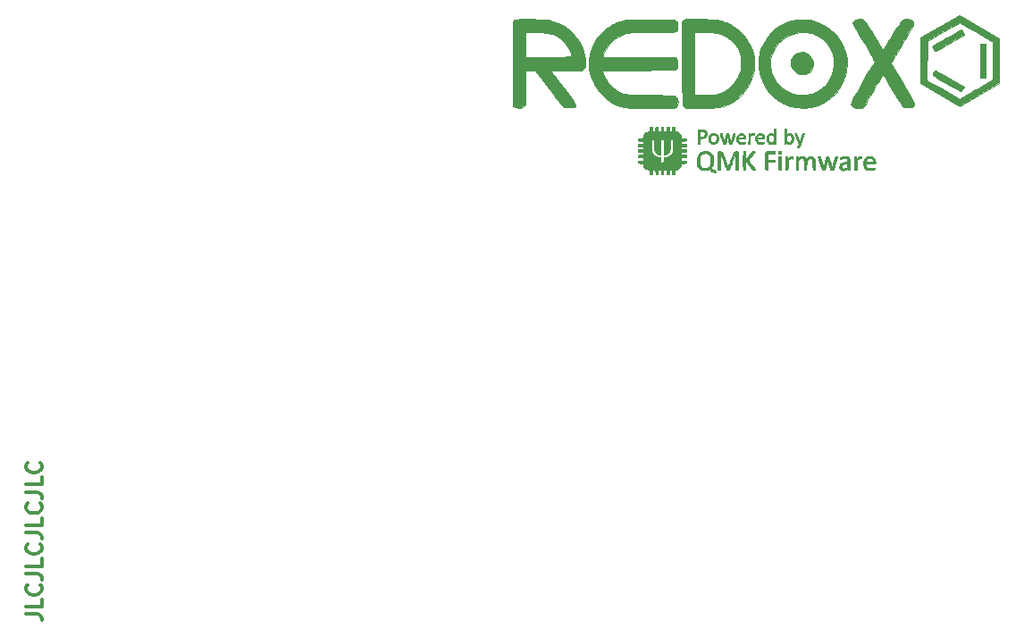
<source format=gto>
G04 #@! TF.GenerationSoftware,KiCad,Pcbnew,(5.1.5)-3*
G04 #@! TF.CreationDate,2020-05-15T01:32:17+04:00*
G04 #@! TF.ProjectId,redox_rev2_ng-BOTTOM,7265646f-785f-4726-9576-325f6e672d42,2.0 NG*
G04 #@! TF.SameCoordinates,Original*
G04 #@! TF.FileFunction,Legend,Top*
G04 #@! TF.FilePolarity,Positive*
%FSLAX46Y46*%
G04 Gerber Fmt 4.6, Leading zero omitted, Abs format (unit mm)*
G04 Created by KiCad (PCBNEW (5.1.5)-3) date 2020-05-15 01:32:17*
%MOMM*%
%LPD*%
G04 APERTURE LIST*
%ADD10C,0.300000*%
%ADD11C,0.010000*%
G04 APERTURE END LIST*
D10*
X80278571Y-152028571D02*
X81350000Y-152028571D01*
X81564285Y-152100000D01*
X81707142Y-152242857D01*
X81778571Y-152457142D01*
X81778571Y-152600000D01*
X81778571Y-150600000D02*
X81778571Y-151314285D01*
X80278571Y-151314285D01*
X81635714Y-149242857D02*
X81707142Y-149314285D01*
X81778571Y-149528571D01*
X81778571Y-149671428D01*
X81707142Y-149885714D01*
X81564285Y-150028571D01*
X81421428Y-150100000D01*
X81135714Y-150171428D01*
X80921428Y-150171428D01*
X80635714Y-150100000D01*
X80492857Y-150028571D01*
X80350000Y-149885714D01*
X80278571Y-149671428D01*
X80278571Y-149528571D01*
X80350000Y-149314285D01*
X80421428Y-149242857D01*
X80278571Y-148171428D02*
X81350000Y-148171428D01*
X81564285Y-148242857D01*
X81707142Y-148385714D01*
X81778571Y-148600000D01*
X81778571Y-148742857D01*
X81778571Y-146742857D02*
X81778571Y-147457142D01*
X80278571Y-147457142D01*
X81635714Y-145385714D02*
X81707142Y-145457142D01*
X81778571Y-145671428D01*
X81778571Y-145814285D01*
X81707142Y-146028571D01*
X81564285Y-146171428D01*
X81421428Y-146242857D01*
X81135714Y-146314285D01*
X80921428Y-146314285D01*
X80635714Y-146242857D01*
X80492857Y-146171428D01*
X80350000Y-146028571D01*
X80278571Y-145814285D01*
X80278571Y-145671428D01*
X80350000Y-145457142D01*
X80421428Y-145385714D01*
X80278571Y-144314285D02*
X81350000Y-144314285D01*
X81564285Y-144385714D01*
X81707142Y-144528571D01*
X81778571Y-144742857D01*
X81778571Y-144885714D01*
X81778571Y-142885714D02*
X81778571Y-143600000D01*
X80278571Y-143600000D01*
X81635714Y-141528571D02*
X81707142Y-141600000D01*
X81778571Y-141814285D01*
X81778571Y-141957142D01*
X81707142Y-142171428D01*
X81564285Y-142314285D01*
X81421428Y-142385714D01*
X81135714Y-142457142D01*
X80921428Y-142457142D01*
X80635714Y-142385714D01*
X80492857Y-142314285D01*
X80350000Y-142171428D01*
X80278571Y-141957142D01*
X80278571Y-141814285D01*
X80350000Y-141600000D01*
X80421428Y-141528571D01*
X80278571Y-140457142D02*
X81350000Y-140457142D01*
X81564285Y-140528571D01*
X81707142Y-140671428D01*
X81778571Y-140885714D01*
X81778571Y-141028571D01*
X81778571Y-139028571D02*
X81778571Y-139742857D01*
X80278571Y-139742857D01*
X81635714Y-137671428D02*
X81707142Y-137742857D01*
X81778571Y-137957142D01*
X81778571Y-138100000D01*
X81707142Y-138314285D01*
X81564285Y-138457142D01*
X81421428Y-138528571D01*
X81135714Y-138600000D01*
X80921428Y-138600000D01*
X80635714Y-138528571D01*
X80492857Y-138457142D01*
X80350000Y-138314285D01*
X80278571Y-138100000D01*
X80278571Y-137957142D01*
X80350000Y-137742857D01*
X80421428Y-137671428D01*
D11*
G36*
X128378956Y-95630386D02*
G01*
X128810970Y-95642723D01*
X129216290Y-95662449D01*
X129572045Y-95689365D01*
X129855366Y-95723274D01*
X130005447Y-95752883D01*
X130738405Y-96008678D01*
X131392636Y-96368916D01*
X131961169Y-96825246D01*
X132437033Y-97369316D01*
X132813256Y-97992775D01*
X133082868Y-98687270D01*
X133238898Y-99444451D01*
X133260115Y-99651961D01*
X133277096Y-99905320D01*
X133271530Y-100065887D01*
X133235149Y-100173787D01*
X133159684Y-100269147D01*
X133125827Y-100303671D01*
X132952576Y-100476921D01*
X130004427Y-100476921D01*
X131174674Y-102036698D01*
X131473501Y-102439360D01*
X131744161Y-102812455D01*
X131976529Y-103141351D01*
X132160481Y-103411421D01*
X132285894Y-103608033D01*
X132342643Y-103716557D01*
X132344921Y-103727803D01*
X132316590Y-103867887D01*
X132218212Y-103957098D01*
X132029710Y-104004584D01*
X131731005Y-104019493D01*
X131704604Y-104019553D01*
X131224709Y-104019553D01*
X130996494Y-103735474D01*
X130896070Y-103606039D01*
X130729572Y-103386301D01*
X130510050Y-103093711D01*
X130250553Y-102745717D01*
X129964131Y-102359771D01*
X129671823Y-101964158D01*
X128575368Y-100476921D01*
X127599131Y-100476921D01*
X127599131Y-103758261D01*
X127435064Y-103922328D01*
X127213445Y-104053894D01*
X126934200Y-104079168D01*
X126665229Y-104011987D01*
X126521118Y-103933220D01*
X126449016Y-103865829D01*
X126439815Y-103786184D01*
X126431115Y-103584757D01*
X126423066Y-103273451D01*
X126415821Y-102864167D01*
X126409533Y-102368806D01*
X126404354Y-101799272D01*
X126400435Y-101167466D01*
X126397930Y-100485289D01*
X126396997Y-99799974D01*
X126397029Y-98965818D01*
X126397767Y-98255247D01*
X126399485Y-97658164D01*
X126402454Y-97164471D01*
X126405787Y-96867448D01*
X127599131Y-96867448D01*
X127599131Y-99206921D01*
X129771500Y-99206921D01*
X130368675Y-99206517D01*
X130845584Y-99204823D01*
X131215647Y-99201115D01*
X131492281Y-99194673D01*
X131688903Y-99184772D01*
X131818932Y-99170692D01*
X131895786Y-99151708D01*
X131932883Y-99127099D01*
X131943641Y-99096142D01*
X131943816Y-99089948D01*
X131905047Y-98914660D01*
X131801717Y-98670285D01*
X131653111Y-98391856D01*
X131478517Y-98114404D01*
X131297221Y-97872961D01*
X131235222Y-97802878D01*
X130892329Y-97479567D01*
X130530850Y-97233730D01*
X130128270Y-97057504D01*
X129662078Y-96943030D01*
X129109759Y-96882445D01*
X128556210Y-96867448D01*
X127599131Y-96867448D01*
X126405787Y-96867448D01*
X126406948Y-96764071D01*
X126413238Y-96446864D01*
X126421597Y-96202755D01*
X126432298Y-96021644D01*
X126445613Y-95893433D01*
X126461814Y-95808026D01*
X126481174Y-95755325D01*
X126503965Y-95725230D01*
X126507007Y-95722606D01*
X126618917Y-95686456D01*
X126841354Y-95658881D01*
X127151446Y-95639685D01*
X127526324Y-95628669D01*
X127943117Y-95625635D01*
X128378956Y-95630386D01*
G37*
X128378956Y-95630386D02*
X128810970Y-95642723D01*
X129216290Y-95662449D01*
X129572045Y-95689365D01*
X129855366Y-95723274D01*
X130005447Y-95752883D01*
X130738405Y-96008678D01*
X131392636Y-96368916D01*
X131961169Y-96825246D01*
X132437033Y-97369316D01*
X132813256Y-97992775D01*
X133082868Y-98687270D01*
X133238898Y-99444451D01*
X133260115Y-99651961D01*
X133277096Y-99905320D01*
X133271530Y-100065887D01*
X133235149Y-100173787D01*
X133159684Y-100269147D01*
X133125827Y-100303671D01*
X132952576Y-100476921D01*
X130004427Y-100476921D01*
X131174674Y-102036698D01*
X131473501Y-102439360D01*
X131744161Y-102812455D01*
X131976529Y-103141351D01*
X132160481Y-103411421D01*
X132285894Y-103608033D01*
X132342643Y-103716557D01*
X132344921Y-103727803D01*
X132316590Y-103867887D01*
X132218212Y-103957098D01*
X132029710Y-104004584D01*
X131731005Y-104019493D01*
X131704604Y-104019553D01*
X131224709Y-104019553D01*
X130996494Y-103735474D01*
X130896070Y-103606039D01*
X130729572Y-103386301D01*
X130510050Y-103093711D01*
X130250553Y-102745717D01*
X129964131Y-102359771D01*
X129671823Y-101964158D01*
X128575368Y-100476921D01*
X127599131Y-100476921D01*
X127599131Y-103758261D01*
X127435064Y-103922328D01*
X127213445Y-104053894D01*
X126934200Y-104079168D01*
X126665229Y-104011987D01*
X126521118Y-103933220D01*
X126449016Y-103865829D01*
X126439815Y-103786184D01*
X126431115Y-103584757D01*
X126423066Y-103273451D01*
X126415821Y-102864167D01*
X126409533Y-102368806D01*
X126404354Y-101799272D01*
X126400435Y-101167466D01*
X126397930Y-100485289D01*
X126396997Y-99799974D01*
X126397029Y-98965818D01*
X126397767Y-98255247D01*
X126399485Y-97658164D01*
X126402454Y-97164471D01*
X126405787Y-96867448D01*
X127599131Y-96867448D01*
X127599131Y-99206921D01*
X129771500Y-99206921D01*
X130368675Y-99206517D01*
X130845584Y-99204823D01*
X131215647Y-99201115D01*
X131492281Y-99194673D01*
X131688903Y-99184772D01*
X131818932Y-99170692D01*
X131895786Y-99151708D01*
X131932883Y-99127099D01*
X131943641Y-99096142D01*
X131943816Y-99089948D01*
X131905047Y-98914660D01*
X131801717Y-98670285D01*
X131653111Y-98391856D01*
X131478517Y-98114404D01*
X131297221Y-97872961D01*
X131235222Y-97802878D01*
X130892329Y-97479567D01*
X130530850Y-97233730D01*
X130128270Y-97057504D01*
X129662078Y-96943030D01*
X129109759Y-96882445D01*
X128556210Y-96867448D01*
X127599131Y-96867448D01*
X126405787Y-96867448D01*
X126406948Y-96764071D01*
X126413238Y-96446864D01*
X126421597Y-96202755D01*
X126432298Y-96021644D01*
X126445613Y-95893433D01*
X126461814Y-95808026D01*
X126481174Y-95755325D01*
X126503965Y-95725230D01*
X126507007Y-95722606D01*
X126618917Y-95686456D01*
X126841354Y-95658881D01*
X127151446Y-95639685D01*
X127526324Y-95628669D01*
X127943117Y-95625635D01*
X128378956Y-95630386D01*
G36*
X140672329Y-95665620D02*
G01*
X141092562Y-95672181D01*
X141416542Y-95687028D01*
X141656742Y-95713428D01*
X141825636Y-95754645D01*
X141935698Y-95813947D01*
X141999403Y-95894600D01*
X142029223Y-95999869D01*
X142037633Y-96133021D01*
X142037107Y-96297322D01*
X142037026Y-96330359D01*
X142028840Y-96566706D01*
X141997736Y-96705547D01*
X141933896Y-96782416D01*
X141907736Y-96798254D01*
X141800115Y-96819163D01*
X141566772Y-96836643D01*
X141215632Y-96850447D01*
X140754618Y-96860329D01*
X140191657Y-96866043D01*
X139682569Y-96867448D01*
X139026866Y-96868793D01*
X138487775Y-96874268D01*
X138048238Y-96886028D01*
X137691198Y-96906231D01*
X137399596Y-96937031D01*
X137156376Y-96980587D01*
X136944479Y-97039053D01*
X136746849Y-97114588D01*
X136546426Y-97209346D01*
X136408216Y-97281395D01*
X135971465Y-97580208D01*
X135572593Y-97977759D01*
X135239527Y-98439473D01*
X135000189Y-98930773D01*
X134947563Y-99089948D01*
X134894253Y-99273764D01*
X141828919Y-99273764D01*
X141932973Y-99422321D01*
X142005254Y-99607303D01*
X142033454Y-99853876D01*
X142016959Y-100102589D01*
X141955154Y-100293994D01*
X141942183Y-100313751D01*
X141916583Y-100342586D01*
X141878102Y-100366976D01*
X141815749Y-100387423D01*
X141718530Y-100404430D01*
X141575452Y-100418500D01*
X141375523Y-100430137D01*
X141107748Y-100439843D01*
X140761135Y-100448120D01*
X140324692Y-100455473D01*
X139787425Y-100462404D01*
X139138341Y-100469416D01*
X138375814Y-100476921D01*
X134904288Y-100510343D01*
X134995321Y-100822460D01*
X135194687Y-101289885D01*
X135502547Y-101736471D01*
X135893843Y-102135444D01*
X136343517Y-102460030D01*
X136689658Y-102632762D01*
X136792892Y-102672540D01*
X136897320Y-102704896D01*
X137018068Y-102730849D01*
X137170264Y-102751413D01*
X137369035Y-102767605D01*
X137629509Y-102780441D01*
X137966812Y-102790936D01*
X138396073Y-102800107D01*
X138932418Y-102808969D01*
X139419475Y-102816102D01*
X141781661Y-102849816D01*
X141909343Y-103007616D01*
X142012433Y-103221177D01*
X142043096Y-103481215D01*
X142002855Y-103735128D01*
X141893232Y-103930317D01*
X141882323Y-103941059D01*
X141836630Y-103980945D01*
X141784014Y-104012731D01*
X141709938Y-104037295D01*
X141599865Y-104055512D01*
X141439258Y-104068259D01*
X141213580Y-104076412D01*
X140908294Y-104080848D01*
X140508862Y-104082442D01*
X140000749Y-104082072D01*
X139559560Y-104081081D01*
X138870489Y-104077455D01*
X138302976Y-104069968D01*
X137844940Y-104058161D01*
X137484297Y-104041577D01*
X137208966Y-104019758D01*
X137006865Y-103992246D01*
X136957026Y-103982453D01*
X136300462Y-103775808D01*
X135675201Y-103452858D01*
X135103062Y-103030647D01*
X134605867Y-102526219D01*
X134205436Y-101956617D01*
X134092009Y-101744659D01*
X133806565Y-101026534D01*
X133652754Y-100305157D01*
X133629071Y-99589358D01*
X133734013Y-98887967D01*
X133966076Y-98209813D01*
X134323754Y-97563724D01*
X134805543Y-96958530D01*
X134929253Y-96830542D01*
X135223169Y-96561544D01*
X135523930Y-96346954D01*
X135887366Y-96148073D01*
X135975434Y-96105370D01*
X136275847Y-95969695D01*
X136570077Y-95849860D01*
X136813126Y-95763668D01*
X136903073Y-95738354D01*
X137069601Y-95716186D01*
X137361059Y-95697619D01*
X137768734Y-95682902D01*
X138283915Y-95672284D01*
X138897888Y-95666014D01*
X139493204Y-95664290D01*
X140143367Y-95664078D01*
X140672329Y-95665620D01*
G37*
X140672329Y-95665620D02*
X141092562Y-95672181D01*
X141416542Y-95687028D01*
X141656742Y-95713428D01*
X141825636Y-95754645D01*
X141935698Y-95813947D01*
X141999403Y-95894600D01*
X142029223Y-95999869D01*
X142037633Y-96133021D01*
X142037107Y-96297322D01*
X142037026Y-96330359D01*
X142028840Y-96566706D01*
X141997736Y-96705547D01*
X141933896Y-96782416D01*
X141907736Y-96798254D01*
X141800115Y-96819163D01*
X141566772Y-96836643D01*
X141215632Y-96850447D01*
X140754618Y-96860329D01*
X140191657Y-96866043D01*
X139682569Y-96867448D01*
X139026866Y-96868793D01*
X138487775Y-96874268D01*
X138048238Y-96886028D01*
X137691198Y-96906231D01*
X137399596Y-96937031D01*
X137156376Y-96980587D01*
X136944479Y-97039053D01*
X136746849Y-97114588D01*
X136546426Y-97209346D01*
X136408216Y-97281395D01*
X135971465Y-97580208D01*
X135572593Y-97977759D01*
X135239527Y-98439473D01*
X135000189Y-98930773D01*
X134947563Y-99089948D01*
X134894253Y-99273764D01*
X141828919Y-99273764D01*
X141932973Y-99422321D01*
X142005254Y-99607303D01*
X142033454Y-99853876D01*
X142016959Y-100102589D01*
X141955154Y-100293994D01*
X141942183Y-100313751D01*
X141916583Y-100342586D01*
X141878102Y-100366976D01*
X141815749Y-100387423D01*
X141718530Y-100404430D01*
X141575452Y-100418500D01*
X141375523Y-100430137D01*
X141107748Y-100439843D01*
X140761135Y-100448120D01*
X140324692Y-100455473D01*
X139787425Y-100462404D01*
X139138341Y-100469416D01*
X138375814Y-100476921D01*
X134904288Y-100510343D01*
X134995321Y-100822460D01*
X135194687Y-101289885D01*
X135502547Y-101736471D01*
X135893843Y-102135444D01*
X136343517Y-102460030D01*
X136689658Y-102632762D01*
X136792892Y-102672540D01*
X136897320Y-102704896D01*
X137018068Y-102730849D01*
X137170264Y-102751413D01*
X137369035Y-102767605D01*
X137629509Y-102780441D01*
X137966812Y-102790936D01*
X138396073Y-102800107D01*
X138932418Y-102808969D01*
X139419475Y-102816102D01*
X141781661Y-102849816D01*
X141909343Y-103007616D01*
X142012433Y-103221177D01*
X142043096Y-103481215D01*
X142002855Y-103735128D01*
X141893232Y-103930317D01*
X141882323Y-103941059D01*
X141836630Y-103980945D01*
X141784014Y-104012731D01*
X141709938Y-104037295D01*
X141599865Y-104055512D01*
X141439258Y-104068259D01*
X141213580Y-104076412D01*
X140908294Y-104080848D01*
X140508862Y-104082442D01*
X140000749Y-104082072D01*
X139559560Y-104081081D01*
X138870489Y-104077455D01*
X138302976Y-104069968D01*
X137844940Y-104058161D01*
X137484297Y-104041577D01*
X137208966Y-104019758D01*
X137006865Y-103992246D01*
X136957026Y-103982453D01*
X136300462Y-103775808D01*
X135675201Y-103452858D01*
X135103062Y-103030647D01*
X134605867Y-102526219D01*
X134205436Y-101956617D01*
X134092009Y-101744659D01*
X133806565Y-101026534D01*
X133652754Y-100305157D01*
X133629071Y-99589358D01*
X133734013Y-98887967D01*
X133966076Y-98209813D01*
X134323754Y-97563724D01*
X134805543Y-96958530D01*
X134929253Y-96830542D01*
X135223169Y-96561544D01*
X135523930Y-96346954D01*
X135887366Y-96148073D01*
X135975434Y-96105370D01*
X136275847Y-95969695D01*
X136570077Y-95849860D01*
X136813126Y-95763668D01*
X136903073Y-95738354D01*
X137069601Y-95716186D01*
X137361059Y-95697619D01*
X137768734Y-95682902D01*
X138283915Y-95672284D01*
X138897888Y-95666014D01*
X139493204Y-95664290D01*
X140143367Y-95664078D01*
X140672329Y-95665620D01*
G36*
X143837458Y-95599480D02*
G01*
X143855435Y-95599512D01*
X144572728Y-95610153D01*
X145178180Y-95641954D01*
X145692528Y-95698911D01*
X146136509Y-95785017D01*
X146530861Y-95904269D01*
X146896320Y-96060661D01*
X147243953Y-96252311D01*
X147845259Y-96693876D01*
X148359051Y-97231759D01*
X148775027Y-97853145D01*
X149079524Y-98535548D01*
X149240487Y-99177232D01*
X149296515Y-99852899D01*
X149246709Y-100521690D01*
X149134008Y-101011658D01*
X148851854Y-101707791D01*
X148462587Y-102336946D01*
X147978065Y-102886971D01*
X147410148Y-103345714D01*
X146770693Y-103701024D01*
X146353583Y-103860808D01*
X146165715Y-103918661D01*
X145993165Y-103962712D01*
X145812568Y-103995289D01*
X145600558Y-104018719D01*
X145333768Y-104035331D01*
X144988832Y-104047450D01*
X144542384Y-104057406D01*
X144343079Y-104061073D01*
X143875788Y-104066422D01*
X143462860Y-104065346D01*
X143123160Y-104058278D01*
X142875553Y-104045655D01*
X142738904Y-104027911D01*
X142726527Y-104023777D01*
X142583073Y-103922841D01*
X142518265Y-103839508D01*
X142505919Y-103751217D01*
X142493146Y-103540674D01*
X142480231Y-103219305D01*
X142467461Y-102798542D01*
X142455120Y-102289811D01*
X142443495Y-101704543D01*
X142432870Y-101054166D01*
X142423532Y-100350110D01*
X142417782Y-99818023D01*
X142388853Y-96867448D01*
X143641237Y-96867448D01*
X143641237Y-102816395D01*
X144569985Y-102816395D01*
X144997979Y-102811795D01*
X145325619Y-102795856D01*
X145585989Y-102765369D01*
X145812174Y-102717125D01*
X145923538Y-102685109D01*
X146509816Y-102438215D01*
X147015160Y-102084923D01*
X147439577Y-101625227D01*
X147771805Y-101081967D01*
X147878386Y-100862353D01*
X147948935Y-100689140D01*
X147990881Y-100524224D01*
X148011652Y-100329500D01*
X148018677Y-100066862D01*
X148019395Y-99811967D01*
X148017119Y-99471143D01*
X148005888Y-99226181D01*
X147979090Y-99039280D01*
X147930117Y-98872639D01*
X147852359Y-98688456D01*
X147805403Y-98588062D01*
X147496101Y-98074820D01*
X147096743Y-97632826D01*
X146628308Y-97279248D01*
X146111776Y-97031257D01*
X145793605Y-96941556D01*
X145589710Y-96913245D01*
X145291171Y-96889923D01*
X144937000Y-96873899D01*
X144566208Y-96867478D01*
X144540315Y-96867448D01*
X143641237Y-96867448D01*
X142388853Y-96867448D01*
X142379536Y-95917283D01*
X142539453Y-95757365D01*
X142601924Y-95699498D01*
X142670034Y-95657641D01*
X142764992Y-95629252D01*
X142908005Y-95611784D01*
X143120281Y-95602696D01*
X143423030Y-95599442D01*
X143837458Y-95599480D01*
G37*
X143837458Y-95599480D02*
X143855435Y-95599512D01*
X144572728Y-95610153D01*
X145178180Y-95641954D01*
X145692528Y-95698911D01*
X146136509Y-95785017D01*
X146530861Y-95904269D01*
X146896320Y-96060661D01*
X147243953Y-96252311D01*
X147845259Y-96693876D01*
X148359051Y-97231759D01*
X148775027Y-97853145D01*
X149079524Y-98535548D01*
X149240487Y-99177232D01*
X149296515Y-99852899D01*
X149246709Y-100521690D01*
X149134008Y-101011658D01*
X148851854Y-101707791D01*
X148462587Y-102336946D01*
X147978065Y-102886971D01*
X147410148Y-103345714D01*
X146770693Y-103701024D01*
X146353583Y-103860808D01*
X146165715Y-103918661D01*
X145993165Y-103962712D01*
X145812568Y-103995289D01*
X145600558Y-104018719D01*
X145333768Y-104035331D01*
X144988832Y-104047450D01*
X144542384Y-104057406D01*
X144343079Y-104061073D01*
X143875788Y-104066422D01*
X143462860Y-104065346D01*
X143123160Y-104058278D01*
X142875553Y-104045655D01*
X142738904Y-104027911D01*
X142726527Y-104023777D01*
X142583073Y-103922841D01*
X142518265Y-103839508D01*
X142505919Y-103751217D01*
X142493146Y-103540674D01*
X142480231Y-103219305D01*
X142467461Y-102798542D01*
X142455120Y-102289811D01*
X142443495Y-101704543D01*
X142432870Y-101054166D01*
X142423532Y-100350110D01*
X142417782Y-99818023D01*
X142388853Y-96867448D01*
X143641237Y-96867448D01*
X143641237Y-102816395D01*
X144569985Y-102816395D01*
X144997979Y-102811795D01*
X145325619Y-102795856D01*
X145585989Y-102765369D01*
X145812174Y-102717125D01*
X145923538Y-102685109D01*
X146509816Y-102438215D01*
X147015160Y-102084923D01*
X147439577Y-101625227D01*
X147771805Y-101081967D01*
X147878386Y-100862353D01*
X147948935Y-100689140D01*
X147990881Y-100524224D01*
X148011652Y-100329500D01*
X148018677Y-100066862D01*
X148019395Y-99811967D01*
X148017119Y-99471143D01*
X148005888Y-99226181D01*
X147979090Y-99039280D01*
X147930117Y-98872639D01*
X147852359Y-98688456D01*
X147805403Y-98588062D01*
X147496101Y-98074820D01*
X147096743Y-97632826D01*
X146628308Y-97279248D01*
X146111776Y-97031257D01*
X145793605Y-96941556D01*
X145589710Y-96913245D01*
X145291171Y-96889923D01*
X144937000Y-96873899D01*
X144566208Y-96867478D01*
X144540315Y-96867448D01*
X143641237Y-96867448D01*
X142388853Y-96867448D01*
X142379536Y-95917283D01*
X142539453Y-95757365D01*
X142601924Y-95699498D01*
X142670034Y-95657641D01*
X142764992Y-95629252D01*
X142908005Y-95611784D01*
X143120281Y-95602696D01*
X143423030Y-95599442D01*
X143837458Y-95599480D01*
G36*
X154577977Y-95716868D02*
G01*
X155276507Y-95898106D01*
X155922680Y-96191210D01*
X156505142Y-96586937D01*
X157012540Y-97076043D01*
X157433521Y-97649283D01*
X157756731Y-98297415D01*
X157970816Y-99011193D01*
X157973344Y-99023348D01*
X158055245Y-99530936D01*
X158071672Y-99984470D01*
X158022877Y-100446306D01*
X157980007Y-100672034D01*
X157766203Y-101380957D01*
X157443567Y-102025223D01*
X157024330Y-102596047D01*
X156520722Y-103084640D01*
X155944975Y-103482217D01*
X155309320Y-103779990D01*
X154625988Y-103969172D01*
X153907209Y-104040976D01*
X153333342Y-104010275D01*
X152690621Y-103870858D01*
X152053589Y-103617517D01*
X151454322Y-103267381D01*
X150924898Y-102837580D01*
X150702825Y-102605522D01*
X150306182Y-102061032D01*
X149997763Y-101447550D01*
X149784211Y-100791103D01*
X149672168Y-100117716D01*
X149671536Y-100009654D01*
X150798826Y-100009654D01*
X150885769Y-100584138D01*
X150886582Y-100587198D01*
X151103061Y-101147336D01*
X151432513Y-101651406D01*
X151861190Y-102085923D01*
X152375346Y-102437404D01*
X152961233Y-102692364D01*
X153065974Y-102724845D01*
X153327032Y-102771938D01*
X153680603Y-102793230D01*
X153986978Y-102790443D01*
X154304624Y-102773515D01*
X154540571Y-102741708D01*
X154746783Y-102682658D01*
X154975222Y-102583999D01*
X155089873Y-102527985D01*
X155516170Y-102292794D01*
X155845885Y-102051369D01*
X156114140Y-101774554D01*
X156295472Y-101527162D01*
X156565102Y-101046246D01*
X156728875Y-100559777D01*
X156797446Y-100028252D01*
X156797170Y-99667318D01*
X156779625Y-99346457D01*
X156748968Y-99108774D01*
X156693101Y-98903770D01*
X156599927Y-98680940D01*
X156522446Y-98520438D01*
X156188253Y-97986672D01*
X155766899Y-97548761D01*
X155271361Y-97213993D01*
X154714615Y-96989657D01*
X154109638Y-96883039D01*
X153612828Y-96886269D01*
X153020405Y-96997059D01*
X152475203Y-97216988D01*
X151987993Y-97531435D01*
X151569547Y-97925778D01*
X151230636Y-98385393D01*
X150982031Y-98895659D01*
X150834504Y-99441954D01*
X150798826Y-100009654D01*
X149671536Y-100009654D01*
X149668279Y-99453417D01*
X149757954Y-98903465D01*
X149895911Y-98483414D01*
X150097072Y-98029587D01*
X150336540Y-97590294D01*
X150589421Y-97213845D01*
X150695639Y-97083829D01*
X151241572Y-96561055D01*
X151852916Y-96153717D01*
X152522057Y-95865271D01*
X153241384Y-95699173D01*
X153838444Y-95656742D01*
X154577977Y-95716868D01*
G37*
X154577977Y-95716868D02*
X155276507Y-95898106D01*
X155922680Y-96191210D01*
X156505142Y-96586937D01*
X157012540Y-97076043D01*
X157433521Y-97649283D01*
X157756731Y-98297415D01*
X157970816Y-99011193D01*
X157973344Y-99023348D01*
X158055245Y-99530936D01*
X158071672Y-99984470D01*
X158022877Y-100446306D01*
X157980007Y-100672034D01*
X157766203Y-101380957D01*
X157443567Y-102025223D01*
X157024330Y-102596047D01*
X156520722Y-103084640D01*
X155944975Y-103482217D01*
X155309320Y-103779990D01*
X154625988Y-103969172D01*
X153907209Y-104040976D01*
X153333342Y-104010275D01*
X152690621Y-103870858D01*
X152053589Y-103617517D01*
X151454322Y-103267381D01*
X150924898Y-102837580D01*
X150702825Y-102605522D01*
X150306182Y-102061032D01*
X149997763Y-101447550D01*
X149784211Y-100791103D01*
X149672168Y-100117716D01*
X149671536Y-100009654D01*
X150798826Y-100009654D01*
X150885769Y-100584138D01*
X150886582Y-100587198D01*
X151103061Y-101147336D01*
X151432513Y-101651406D01*
X151861190Y-102085923D01*
X152375346Y-102437404D01*
X152961233Y-102692364D01*
X153065974Y-102724845D01*
X153327032Y-102771938D01*
X153680603Y-102793230D01*
X153986978Y-102790443D01*
X154304624Y-102773515D01*
X154540571Y-102741708D01*
X154746783Y-102682658D01*
X154975222Y-102583999D01*
X155089873Y-102527985D01*
X155516170Y-102292794D01*
X155845885Y-102051369D01*
X156114140Y-101774554D01*
X156295472Y-101527162D01*
X156565102Y-101046246D01*
X156728875Y-100559777D01*
X156797446Y-100028252D01*
X156797170Y-99667318D01*
X156779625Y-99346457D01*
X156748968Y-99108774D01*
X156693101Y-98903770D01*
X156599927Y-98680940D01*
X156522446Y-98520438D01*
X156188253Y-97986672D01*
X155766899Y-97548761D01*
X155271361Y-97213993D01*
X154714615Y-96989657D01*
X154109638Y-96883039D01*
X153612828Y-96886269D01*
X153020405Y-96997059D01*
X152475203Y-97216988D01*
X151987993Y-97531435D01*
X151569547Y-97925778D01*
X151230636Y-98385393D01*
X150982031Y-98895659D01*
X150834504Y-99441954D01*
X150798826Y-100009654D01*
X149671536Y-100009654D01*
X149668279Y-99453417D01*
X149757954Y-98903465D01*
X149895911Y-98483414D01*
X150097072Y-98029587D01*
X150336540Y-97590294D01*
X150589421Y-97213845D01*
X150695639Y-97083829D01*
X151241572Y-96561055D01*
X151852916Y-96153717D01*
X152522057Y-95865271D01*
X153241384Y-95699173D01*
X153838444Y-95656742D01*
X154577977Y-95716868D01*
G36*
X164070534Y-95668414D02*
G01*
X164274970Y-95800547D01*
X164361048Y-95928662D01*
X164381240Y-95987574D01*
X164386831Y-96051118D01*
X164371052Y-96132264D01*
X164327130Y-96243983D01*
X164248293Y-96399244D01*
X164127771Y-96611021D01*
X163958792Y-96892282D01*
X163734585Y-97255999D01*
X163448377Y-97715143D01*
X163327393Y-97908641D01*
X163038599Y-98375214D01*
X162783261Y-98797298D01*
X162568708Y-99162122D01*
X162402265Y-99456918D01*
X162291261Y-99668915D01*
X162243023Y-99785342D01*
X162242008Y-99800216D01*
X162283042Y-99883022D01*
X162384748Y-100064951D01*
X162538312Y-100330919D01*
X162734920Y-100665844D01*
X162965759Y-101054641D01*
X163222014Y-101482227D01*
X163315391Y-101637119D01*
X163647107Y-102190731D01*
X163911716Y-102643458D01*
X164114492Y-103006805D01*
X164260710Y-103292280D01*
X164355643Y-103511392D01*
X164404565Y-103675648D01*
X164412750Y-103796555D01*
X164385473Y-103885621D01*
X164361681Y-103920023D01*
X164254776Y-103970830D01*
X164061732Y-104005485D01*
X163829378Y-104021663D01*
X163604541Y-104017039D01*
X163434050Y-103989289D01*
X163387181Y-103968398D01*
X163334035Y-103899872D01*
X163222241Y-103732500D01*
X163061841Y-103482126D01*
X162862873Y-103164593D01*
X162635379Y-102795743D01*
X162424088Y-102448764D01*
X162181240Y-102048516D01*
X161960070Y-101685604D01*
X161770314Y-101375878D01*
X161621712Y-101135187D01*
X161524003Y-100979382D01*
X161488024Y-100925275D01*
X161440190Y-100960629D01*
X161338649Y-101094493D01*
X161194408Y-101308400D01*
X161018471Y-101583883D01*
X160821845Y-101902475D01*
X160615536Y-102245709D01*
X160410550Y-102595119D01*
X160217894Y-102932236D01*
X160048573Y-103238595D01*
X159913593Y-103495727D01*
X159823962Y-103685167D01*
X159794143Y-103767417D01*
X159691959Y-103921150D01*
X159495330Y-104027248D01*
X159237372Y-104078081D01*
X158951198Y-104066015D01*
X158737573Y-104010950D01*
X158584448Y-103903175D01*
X158479133Y-103749647D01*
X158459752Y-103692234D01*
X158454376Y-103628902D01*
X158469262Y-103547033D01*
X158510668Y-103434012D01*
X158584852Y-103277221D01*
X158698073Y-103064045D01*
X158856587Y-102781866D01*
X159066654Y-102418068D01*
X159334531Y-101960035D01*
X159541875Y-101607063D01*
X159813137Y-101144284D01*
X160061432Y-100718092D01*
X160278910Y-100342166D01*
X160457719Y-100030183D01*
X160590010Y-99795822D01*
X160667931Y-99652761D01*
X160685974Y-99613729D01*
X160652747Y-99546728D01*
X160558721Y-99379861D01*
X160412374Y-99127595D01*
X160222188Y-98804396D01*
X159996641Y-98424729D01*
X159744215Y-98003061D01*
X159649921Y-97846300D01*
X159389135Y-97409406D01*
X159152421Y-97005380D01*
X158948349Y-96649443D01*
X158785486Y-96356818D01*
X158672402Y-96142727D01*
X158617666Y-96022394D01*
X158613868Y-96005783D01*
X158660698Y-95874022D01*
X158754570Y-95758202D01*
X158923903Y-95674075D01*
X159163596Y-95632400D01*
X159418573Y-95634862D01*
X159633760Y-95683144D01*
X159714036Y-95728869D01*
X159780713Y-95812642D01*
X159903591Y-95994397D01*
X160071562Y-96256611D01*
X160273518Y-96581763D01*
X160498351Y-96952331D01*
X160636526Y-97183977D01*
X160863944Y-97563322D01*
X161069815Y-97898489D01*
X161244306Y-98174137D01*
X161377580Y-98374922D01*
X161459804Y-98485502D01*
X161481216Y-98501738D01*
X161526614Y-98436399D01*
X161632771Y-98273704D01*
X161789491Y-98029593D01*
X161986574Y-97720008D01*
X162213822Y-97360891D01*
X162390742Y-97080051D01*
X162663816Y-96647270D01*
X162877321Y-96314320D01*
X163041994Y-96067329D01*
X163168573Y-95892422D01*
X163267795Y-95775729D01*
X163350396Y-95703375D01*
X163427114Y-95661488D01*
X163508126Y-95636333D01*
X163803136Y-95609638D01*
X164070534Y-95668414D01*
G37*
X164070534Y-95668414D02*
X164274970Y-95800547D01*
X164361048Y-95928662D01*
X164381240Y-95987574D01*
X164386831Y-96051118D01*
X164371052Y-96132264D01*
X164327130Y-96243983D01*
X164248293Y-96399244D01*
X164127771Y-96611021D01*
X163958792Y-96892282D01*
X163734585Y-97255999D01*
X163448377Y-97715143D01*
X163327393Y-97908641D01*
X163038599Y-98375214D01*
X162783261Y-98797298D01*
X162568708Y-99162122D01*
X162402265Y-99456918D01*
X162291261Y-99668915D01*
X162243023Y-99785342D01*
X162242008Y-99800216D01*
X162283042Y-99883022D01*
X162384748Y-100064951D01*
X162538312Y-100330919D01*
X162734920Y-100665844D01*
X162965759Y-101054641D01*
X163222014Y-101482227D01*
X163315391Y-101637119D01*
X163647107Y-102190731D01*
X163911716Y-102643458D01*
X164114492Y-103006805D01*
X164260710Y-103292280D01*
X164355643Y-103511392D01*
X164404565Y-103675648D01*
X164412750Y-103796555D01*
X164385473Y-103885621D01*
X164361681Y-103920023D01*
X164254776Y-103970830D01*
X164061732Y-104005485D01*
X163829378Y-104021663D01*
X163604541Y-104017039D01*
X163434050Y-103989289D01*
X163387181Y-103968398D01*
X163334035Y-103899872D01*
X163222241Y-103732500D01*
X163061841Y-103482126D01*
X162862873Y-103164593D01*
X162635379Y-102795743D01*
X162424088Y-102448764D01*
X162181240Y-102048516D01*
X161960070Y-101685604D01*
X161770314Y-101375878D01*
X161621712Y-101135187D01*
X161524003Y-100979382D01*
X161488024Y-100925275D01*
X161440190Y-100960629D01*
X161338649Y-101094493D01*
X161194408Y-101308400D01*
X161018471Y-101583883D01*
X160821845Y-101902475D01*
X160615536Y-102245709D01*
X160410550Y-102595119D01*
X160217894Y-102932236D01*
X160048573Y-103238595D01*
X159913593Y-103495727D01*
X159823962Y-103685167D01*
X159794143Y-103767417D01*
X159691959Y-103921150D01*
X159495330Y-104027248D01*
X159237372Y-104078081D01*
X158951198Y-104066015D01*
X158737573Y-104010950D01*
X158584448Y-103903175D01*
X158479133Y-103749647D01*
X158459752Y-103692234D01*
X158454376Y-103628902D01*
X158469262Y-103547033D01*
X158510668Y-103434012D01*
X158584852Y-103277221D01*
X158698073Y-103064045D01*
X158856587Y-102781866D01*
X159066654Y-102418068D01*
X159334531Y-101960035D01*
X159541875Y-101607063D01*
X159813137Y-101144284D01*
X160061432Y-100718092D01*
X160278910Y-100342166D01*
X160457719Y-100030183D01*
X160590010Y-99795822D01*
X160667931Y-99652761D01*
X160685974Y-99613729D01*
X160652747Y-99546728D01*
X160558721Y-99379861D01*
X160412374Y-99127595D01*
X160222188Y-98804396D01*
X159996641Y-98424729D01*
X159744215Y-98003061D01*
X159649921Y-97846300D01*
X159389135Y-97409406D01*
X159152421Y-97005380D01*
X158948349Y-96649443D01*
X158785486Y-96356818D01*
X158672402Y-96142727D01*
X158617666Y-96022394D01*
X158613868Y-96005783D01*
X158660698Y-95874022D01*
X158754570Y-95758202D01*
X158923903Y-95674075D01*
X159163596Y-95632400D01*
X159418573Y-95634862D01*
X159633760Y-95683144D01*
X159714036Y-95728869D01*
X159780713Y-95812642D01*
X159903591Y-95994397D01*
X160071562Y-96256611D01*
X160273518Y-96581763D01*
X160498351Y-96952331D01*
X160636526Y-97183977D01*
X160863944Y-97563322D01*
X161069815Y-97898489D01*
X161244306Y-98174137D01*
X161377580Y-98374922D01*
X161459804Y-98485502D01*
X161481216Y-98501738D01*
X161526614Y-98436399D01*
X161632771Y-98273704D01*
X161789491Y-98029593D01*
X161986574Y-97720008D01*
X162213822Y-97360891D01*
X162390742Y-97080051D01*
X162663816Y-96647270D01*
X162877321Y-96314320D01*
X163041994Y-96067329D01*
X163168573Y-95892422D01*
X163267795Y-95775729D01*
X163350396Y-95703375D01*
X163427114Y-95661488D01*
X163508126Y-95636333D01*
X163803136Y-95609638D01*
X164070534Y-95668414D01*
G36*
X170640717Y-96340639D02*
G01*
X172517026Y-97421146D01*
X172517026Y-101713535D01*
X171066939Y-102549044D01*
X170639771Y-102794731D01*
X170225051Y-103032454D01*
X169845152Y-103249451D01*
X169522443Y-103432958D01*
X169279297Y-103570215D01*
X169178649Y-103626303D01*
X168740447Y-103868053D01*
X165028917Y-101720795D01*
X165031532Y-101399441D01*
X165630198Y-101399441D01*
X167185323Y-102297947D01*
X168740447Y-103196453D01*
X169046100Y-103023134D01*
X169195244Y-102938157D01*
X169438124Y-102799301D01*
X169752553Y-102619269D01*
X170116343Y-102410769D01*
X170507310Y-102186506D01*
X170632679Y-102114553D01*
X171913605Y-101379290D01*
X171915447Y-97761960D01*
X170361368Y-96869356D01*
X169948263Y-96632189D01*
X169573795Y-96417403D01*
X169253412Y-96233845D01*
X169002565Y-96090359D01*
X168836702Y-95995789D01*
X168771271Y-95958981D01*
X168771257Y-95958974D01*
X168706118Y-95986271D01*
X168540926Y-96072284D01*
X168291156Y-96208472D01*
X167972287Y-96386289D01*
X167599795Y-96597192D01*
X167200468Y-96826115D01*
X165665710Y-97711033D01*
X165630198Y-101399441D01*
X165031532Y-101399441D01*
X165046524Y-99557417D01*
X165064131Y-97394040D01*
X168764409Y-95260132D01*
X170640717Y-96340639D01*
G37*
X170640717Y-96340639D02*
X172517026Y-97421146D01*
X172517026Y-101713535D01*
X171066939Y-102549044D01*
X170639771Y-102794731D01*
X170225051Y-103032454D01*
X169845152Y-103249451D01*
X169522443Y-103432958D01*
X169279297Y-103570215D01*
X169178649Y-103626303D01*
X168740447Y-103868053D01*
X165028917Y-101720795D01*
X165031532Y-101399441D01*
X165630198Y-101399441D01*
X167185323Y-102297947D01*
X168740447Y-103196453D01*
X169046100Y-103023134D01*
X169195244Y-102938157D01*
X169438124Y-102799301D01*
X169752553Y-102619269D01*
X170116343Y-102410769D01*
X170507310Y-102186506D01*
X170632679Y-102114553D01*
X171913605Y-101379290D01*
X171915447Y-97761960D01*
X170361368Y-96869356D01*
X169948263Y-96632189D01*
X169573795Y-96417403D01*
X169253412Y-96233845D01*
X169002565Y-96090359D01*
X168836702Y-95995789D01*
X168771271Y-95958981D01*
X168771257Y-95958974D01*
X168706118Y-95986271D01*
X168540926Y-96072284D01*
X168291156Y-96208472D01*
X167972287Y-96386289D01*
X167599795Y-96597192D01*
X167200468Y-96826115D01*
X165665710Y-97711033D01*
X165630198Y-101399441D01*
X165031532Y-101399441D01*
X165046524Y-99557417D01*
X165064131Y-97394040D01*
X168764409Y-95260132D01*
X170640717Y-96340639D01*
G36*
X154161774Y-98805448D02*
G01*
X154459398Y-98988037D01*
X154706110Y-99282385D01*
X154722063Y-99309161D01*
X154832803Y-99600308D01*
X154863959Y-99923015D01*
X154817625Y-100232137D01*
X154695895Y-100482526D01*
X154665985Y-100518042D01*
X154369565Y-100749328D01*
X154029604Y-100859774D01*
X153665745Y-100846347D01*
X153330670Y-100724054D01*
X153054667Y-100513436D01*
X152861687Y-100234631D01*
X152760085Y-99917914D01*
X152758220Y-99593562D01*
X152864450Y-99291852D01*
X152914375Y-99215996D01*
X153189539Y-98939893D01*
X153504234Y-98780211D01*
X153835850Y-98735785D01*
X154161774Y-98805448D01*
G37*
X154161774Y-98805448D02*
X154459398Y-98988037D01*
X154706110Y-99282385D01*
X154722063Y-99309161D01*
X154832803Y-99600308D01*
X154863959Y-99923015D01*
X154817625Y-100232137D01*
X154695895Y-100482526D01*
X154665985Y-100518042D01*
X154369565Y-100749328D01*
X154029604Y-100859774D01*
X153665745Y-100846347D01*
X153330670Y-100724054D01*
X153054667Y-100513436D01*
X152861687Y-100234631D01*
X152760085Y-99917914D01*
X152758220Y-99593562D01*
X152864450Y-99291852D01*
X152914375Y-99215996D01*
X153189539Y-98939893D01*
X153504234Y-98780211D01*
X153835850Y-98735785D01*
X154161774Y-98805448D01*
G36*
X166485911Y-100508828D02*
G01*
X166653600Y-100598356D01*
X166903549Y-100736219D01*
X167219020Y-100913131D01*
X167583276Y-101119805D01*
X167819795Y-101255100D01*
X169176137Y-102033278D01*
X169057943Y-102235655D01*
X168960872Y-102377471D01*
X168880324Y-102455783D01*
X168873519Y-102458644D01*
X168798647Y-102432600D01*
X168626206Y-102348167D01*
X168373841Y-102214764D01*
X168059194Y-102041806D01*
X167699911Y-101838711D01*
X167544492Y-101749318D01*
X167171122Y-101532323D01*
X166835722Y-101335161D01*
X166556054Y-101168458D01*
X166349879Y-101042834D01*
X166234958Y-100968915D01*
X166218673Y-100956357D01*
X166207904Y-100865912D01*
X166248778Y-100720139D01*
X166318283Y-100574602D01*
X166393410Y-100484866D01*
X166417219Y-100476921D01*
X166485911Y-100508828D01*
G37*
X166485911Y-100508828D02*
X166653600Y-100598356D01*
X166903549Y-100736219D01*
X167219020Y-100913131D01*
X167583276Y-101119805D01*
X167819795Y-101255100D01*
X169176137Y-102033278D01*
X169057943Y-102235655D01*
X168960872Y-102377471D01*
X168880324Y-102455783D01*
X168873519Y-102458644D01*
X168798647Y-102432600D01*
X168626206Y-102348167D01*
X168373841Y-102214764D01*
X168059194Y-102041806D01*
X167699911Y-101838711D01*
X167544492Y-101749318D01*
X167171122Y-101532323D01*
X166835722Y-101335161D01*
X166556054Y-101168458D01*
X166349879Y-101042834D01*
X166234958Y-100968915D01*
X166218673Y-100956357D01*
X166207904Y-100865912D01*
X166248778Y-100720139D01*
X166318283Y-100574602D01*
X166393410Y-100484866D01*
X166417219Y-100476921D01*
X166485911Y-100508828D01*
G36*
X171247026Y-101145343D02*
G01*
X170712289Y-101145343D01*
X170712289Y-97936921D01*
X171247026Y-97936921D01*
X171247026Y-101145343D01*
G37*
X171247026Y-101145343D02*
X170712289Y-101145343D01*
X170712289Y-97936921D01*
X171247026Y-97936921D01*
X171247026Y-101145343D01*
G36*
X169161200Y-97102596D02*
G01*
X167827077Y-97870680D01*
X167444318Y-98090582D01*
X167100000Y-98287522D01*
X166811100Y-98451861D01*
X166594595Y-98573961D01*
X166467463Y-98644182D01*
X166441720Y-98657222D01*
X166381117Y-98616329D01*
X166292832Y-98491747D01*
X166264977Y-98442624D01*
X166192657Y-98289482D01*
X166166353Y-98193646D01*
X166169958Y-98182669D01*
X166234741Y-98142556D01*
X166397351Y-98046592D01*
X166639611Y-97905366D01*
X166943342Y-97729470D01*
X167290368Y-97529495D01*
X167336763Y-97502828D01*
X167703409Y-97291876D01*
X168043742Y-97095559D01*
X168335541Y-96926732D01*
X168556587Y-96798253D01*
X168684660Y-96722979D01*
X168687168Y-96721476D01*
X168901258Y-96593066D01*
X169161200Y-97102596D01*
G37*
X169161200Y-97102596D02*
X167827077Y-97870680D01*
X167444318Y-98090582D01*
X167100000Y-98287522D01*
X166811100Y-98451861D01*
X166594595Y-98573961D01*
X166467463Y-98644182D01*
X166441720Y-98657222D01*
X166381117Y-98616329D01*
X166292832Y-98491747D01*
X166264977Y-98442624D01*
X166192657Y-98289482D01*
X166166353Y-98193646D01*
X166169958Y-98182669D01*
X166234741Y-98142556D01*
X166397351Y-98046592D01*
X166639611Y-97905366D01*
X166943342Y-97729470D01*
X167290368Y-97529495D01*
X167336763Y-97502828D01*
X167703409Y-97291876D01*
X168043742Y-97095559D01*
X168335541Y-96926732D01*
X168556587Y-96798253D01*
X168684660Y-96722979D01*
X168687168Y-96721476D01*
X168901258Y-96593066D01*
X169161200Y-97102596D01*
G36*
X149202872Y-106439145D02*
G01*
X149245314Y-106458037D01*
X149263758Y-106493680D01*
X149267462Y-106519311D01*
X149266076Y-106578301D01*
X149244323Y-106605623D01*
X149198068Y-106605150D01*
X149180657Y-106600707D01*
X149101311Y-106596977D01*
X149025379Y-106631705D01*
X148953941Y-106704344D01*
X148941003Y-106722330D01*
X148880154Y-106810771D01*
X148880154Y-107438731D01*
X148723175Y-107438731D01*
X148728396Y-106945385D01*
X148733616Y-106452038D01*
X148802000Y-106452038D01*
X148847179Y-106455271D01*
X148868702Y-106472639D01*
X148878791Y-106515651D01*
X148880154Y-106525628D01*
X148889923Y-106599217D01*
X148943950Y-106531186D01*
X149014565Y-106469842D01*
X149100705Y-106436731D01*
X149190139Y-106436201D01*
X149202872Y-106439145D01*
G37*
X149202872Y-106439145D02*
X149245314Y-106458037D01*
X149263758Y-106493680D01*
X149267462Y-106519311D01*
X149266076Y-106578301D01*
X149244323Y-106605623D01*
X149198068Y-106605150D01*
X149180657Y-106600707D01*
X149101311Y-106596977D01*
X149025379Y-106631705D01*
X148953941Y-106704344D01*
X148941003Y-106722330D01*
X148880154Y-106810771D01*
X148880154Y-107438731D01*
X148723175Y-107438731D01*
X148728396Y-106945385D01*
X148733616Y-106452038D01*
X148802000Y-106452038D01*
X148847179Y-106455271D01*
X148868702Y-106472639D01*
X148878791Y-106515651D01*
X148880154Y-106525628D01*
X148889923Y-106599217D01*
X148943950Y-106531186D01*
X149014565Y-106469842D01*
X149100705Y-106436731D01*
X149190139Y-106436201D01*
X149202872Y-106439145D01*
G36*
X146164970Y-106452201D02*
G01*
X146198038Y-106472410D01*
X146200705Y-106476461D01*
X146211750Y-106505507D01*
X146231414Y-106565549D01*
X146257647Y-106649991D01*
X146288398Y-106752239D01*
X146320650Y-106862346D01*
X146353384Y-106973891D01*
X146383201Y-107072428D01*
X146408168Y-107151813D01*
X146426354Y-107205902D01*
X146435826Y-107228552D01*
X146435837Y-107228564D01*
X146444745Y-107215293D01*
X146461500Y-107169684D01*
X146484357Y-107097282D01*
X146511570Y-107003630D01*
X146541393Y-106894273D01*
X146542949Y-106888385D01*
X146580280Y-106746817D01*
X146609293Y-106638564D01*
X146631988Y-106559253D01*
X146650363Y-106504508D01*
X146666415Y-106469955D01*
X146682143Y-106451219D01*
X146699545Y-106443924D01*
X146720618Y-106443697D01*
X146745008Y-106445972D01*
X146817776Y-106452038D01*
X146909363Y-106764654D01*
X146941927Y-106876390D01*
X146972267Y-106981570D01*
X146997930Y-107071603D01*
X147016458Y-107137897D01*
X147023124Y-107162684D01*
X147038060Y-107211386D01*
X147050632Y-107237419D01*
X147054634Y-107238763D01*
X147062650Y-107218011D01*
X147079685Y-107165401D01*
X147103986Y-107086639D01*
X147133800Y-106987431D01*
X147167374Y-106873483D01*
X147176913Y-106840733D01*
X147289856Y-106452038D01*
X147354797Y-106445731D01*
X147404344Y-106446244D01*
X147436279Y-106456066D01*
X147437318Y-106457002D01*
X147436955Y-106480534D01*
X147425272Y-106537287D01*
X147403287Y-106623406D01*
X147372014Y-106735032D01*
X147332471Y-106868310D01*
X147307833Y-106948575D01*
X147267864Y-107077741D01*
X147232025Y-107194214D01*
X147201863Y-107292915D01*
X147178925Y-107368762D01*
X147164759Y-107416674D01*
X147160770Y-107431625D01*
X147143105Y-107435583D01*
X147097411Y-107436452D01*
X147050090Y-107434821D01*
X146939410Y-107428961D01*
X146841368Y-107082465D01*
X146809896Y-106973812D01*
X146781414Y-106880302D01*
X146757755Y-106807574D01*
X146740752Y-106761263D01*
X146732240Y-106747004D01*
X146723826Y-106768589D01*
X146707305Y-106821695D01*
X146684507Y-106900052D01*
X146657260Y-106997391D01*
X146631130Y-107093501D01*
X146541105Y-107428961D01*
X146430860Y-107434821D01*
X146371192Y-107436662D01*
X146331159Y-107435349D01*
X146320616Y-107432376D01*
X146315107Y-107412208D01*
X146299602Y-107359779D01*
X146275636Y-107280163D01*
X146244743Y-107178435D01*
X146208458Y-107059670D01*
X146174728Y-106949790D01*
X146135429Y-106820135D01*
X146100942Y-106702691D01*
X146072698Y-106602638D01*
X146052128Y-106525155D01*
X146040663Y-106475423D01*
X146039112Y-106458889D01*
X146068248Y-106443564D01*
X146115954Y-106441960D01*
X146164970Y-106452201D01*
G37*
X146164970Y-106452201D02*
X146198038Y-106472410D01*
X146200705Y-106476461D01*
X146211750Y-106505507D01*
X146231414Y-106565549D01*
X146257647Y-106649991D01*
X146288398Y-106752239D01*
X146320650Y-106862346D01*
X146353384Y-106973891D01*
X146383201Y-107072428D01*
X146408168Y-107151813D01*
X146426354Y-107205902D01*
X146435826Y-107228552D01*
X146435837Y-107228564D01*
X146444745Y-107215293D01*
X146461500Y-107169684D01*
X146484357Y-107097282D01*
X146511570Y-107003630D01*
X146541393Y-106894273D01*
X146542949Y-106888385D01*
X146580280Y-106746817D01*
X146609293Y-106638564D01*
X146631988Y-106559253D01*
X146650363Y-106504508D01*
X146666415Y-106469955D01*
X146682143Y-106451219D01*
X146699545Y-106443924D01*
X146720618Y-106443697D01*
X146745008Y-106445972D01*
X146817776Y-106452038D01*
X146909363Y-106764654D01*
X146941927Y-106876390D01*
X146972267Y-106981570D01*
X146997930Y-107071603D01*
X147016458Y-107137897D01*
X147023124Y-107162684D01*
X147038060Y-107211386D01*
X147050632Y-107237419D01*
X147054634Y-107238763D01*
X147062650Y-107218011D01*
X147079685Y-107165401D01*
X147103986Y-107086639D01*
X147133800Y-106987431D01*
X147167374Y-106873483D01*
X147176913Y-106840733D01*
X147289856Y-106452038D01*
X147354797Y-106445731D01*
X147404344Y-106446244D01*
X147436279Y-106456066D01*
X147437318Y-106457002D01*
X147436955Y-106480534D01*
X147425272Y-106537287D01*
X147403287Y-106623406D01*
X147372014Y-106735032D01*
X147332471Y-106868310D01*
X147307833Y-106948575D01*
X147267864Y-107077741D01*
X147232025Y-107194214D01*
X147201863Y-107292915D01*
X147178925Y-107368762D01*
X147164759Y-107416674D01*
X147160770Y-107431625D01*
X147143105Y-107435583D01*
X147097411Y-107436452D01*
X147050090Y-107434821D01*
X146939410Y-107428961D01*
X146841368Y-107082465D01*
X146809896Y-106973812D01*
X146781414Y-106880302D01*
X146757755Y-106807574D01*
X146740752Y-106761263D01*
X146732240Y-106747004D01*
X146723826Y-106768589D01*
X146707305Y-106821695D01*
X146684507Y-106900052D01*
X146657260Y-106997391D01*
X146631130Y-107093501D01*
X146541105Y-107428961D01*
X146430860Y-107434821D01*
X146371192Y-107436662D01*
X146331159Y-107435349D01*
X146320616Y-107432376D01*
X146315107Y-107412208D01*
X146299602Y-107359779D01*
X146275636Y-107280163D01*
X146244743Y-107178435D01*
X146208458Y-107059670D01*
X146174728Y-106949790D01*
X146135429Y-106820135D01*
X146100942Y-106702691D01*
X146072698Y-106602638D01*
X146052128Y-106525155D01*
X146040663Y-106475423D01*
X146039112Y-106458889D01*
X146068248Y-106443564D01*
X146115954Y-106441960D01*
X146164970Y-106452201D01*
G36*
X144218073Y-106092383D02*
G01*
X144283883Y-106094208D01*
X144396958Y-106100757D01*
X144481318Y-106111618D01*
X144547235Y-106128473D01*
X144585157Y-106143483D01*
X144677286Y-106204126D01*
X144742359Y-106285975D01*
X144780814Y-106382470D01*
X144793092Y-106487050D01*
X144779629Y-106593156D01*
X144740866Y-106694226D01*
X144677242Y-106783700D01*
X144589195Y-106855017D01*
X144535747Y-106881985D01*
X144479892Y-106898360D01*
X144400437Y-106913179D01*
X144312840Y-106923669D01*
X144296401Y-106924955D01*
X144132308Y-106936535D01*
X144132308Y-107438731D01*
X143976000Y-107438731D01*
X143976000Y-106778479D01*
X144131179Y-106778479D01*
X144299322Y-106771566D01*
X144381143Y-106767545D01*
X144434740Y-106761211D01*
X144470944Y-106748882D01*
X144500584Y-106726878D01*
X144534348Y-106691671D01*
X144572253Y-106646383D01*
X144592323Y-106606090D01*
X144600111Y-106554820D01*
X144601231Y-106499218D01*
X144599180Y-106429738D01*
X144589511Y-106384213D01*
X144566949Y-106347590D01*
X144536776Y-106315291D01*
X144494132Y-106278074D01*
X144449793Y-106255840D01*
X144389042Y-106242616D01*
X144344206Y-106237117D01*
X144266497Y-106228677D01*
X144211705Y-106226346D01*
X144175699Y-106235518D01*
X144154346Y-106261587D01*
X144143514Y-106309945D01*
X144139070Y-106385987D01*
X144136882Y-106495106D01*
X144136628Y-106508040D01*
X144131179Y-106778479D01*
X143976000Y-106778479D01*
X143976000Y-106110860D01*
X144024998Y-106098562D01*
X144064523Y-106094170D01*
X144132428Y-106092051D01*
X144218073Y-106092383D01*
G37*
X144218073Y-106092383D02*
X144283883Y-106094208D01*
X144396958Y-106100757D01*
X144481318Y-106111618D01*
X144547235Y-106128473D01*
X144585157Y-106143483D01*
X144677286Y-106204126D01*
X144742359Y-106285975D01*
X144780814Y-106382470D01*
X144793092Y-106487050D01*
X144779629Y-106593156D01*
X144740866Y-106694226D01*
X144677242Y-106783700D01*
X144589195Y-106855017D01*
X144535747Y-106881985D01*
X144479892Y-106898360D01*
X144400437Y-106913179D01*
X144312840Y-106923669D01*
X144296401Y-106924955D01*
X144132308Y-106936535D01*
X144132308Y-107438731D01*
X143976000Y-107438731D01*
X143976000Y-106778479D01*
X144131179Y-106778479D01*
X144299322Y-106771566D01*
X144381143Y-106767545D01*
X144434740Y-106761211D01*
X144470944Y-106748882D01*
X144500584Y-106726878D01*
X144534348Y-106691671D01*
X144572253Y-106646383D01*
X144592323Y-106606090D01*
X144600111Y-106554820D01*
X144601231Y-106499218D01*
X144599180Y-106429738D01*
X144589511Y-106384213D01*
X144566949Y-106347590D01*
X144536776Y-106315291D01*
X144494132Y-106278074D01*
X144449793Y-106255840D01*
X144389042Y-106242616D01*
X144344206Y-106237117D01*
X144266497Y-106228677D01*
X144211705Y-106226346D01*
X144175699Y-106235518D01*
X144154346Y-106261587D01*
X144143514Y-106309945D01*
X144139070Y-106385987D01*
X144136882Y-106495106D01*
X144136628Y-106508040D01*
X144131179Y-106778479D01*
X143976000Y-106778479D01*
X143976000Y-106110860D01*
X144024998Y-106098562D01*
X144064523Y-106094170D01*
X144132428Y-106092051D01*
X144218073Y-106092383D01*
G36*
X152206577Y-105996646D02*
G01*
X152289616Y-106002654D01*
X152295025Y-106291345D01*
X152300435Y-106580036D01*
X152373179Y-106522551D01*
X152480054Y-106459428D01*
X152591749Y-106434846D01*
X152684936Y-106443289D01*
X152773013Y-106470738D01*
X152837217Y-106512723D01*
X152888845Y-106578472D01*
X152919234Y-106634691D01*
X152945628Y-106693187D01*
X152961829Y-106745885D01*
X152970224Y-106805831D01*
X152973201Y-106886068D01*
X152973410Y-106930731D01*
X152970399Y-107027785D01*
X152962299Y-107115159D01*
X152950432Y-107179859D01*
X152946919Y-107191291D01*
X152903749Y-107275840D01*
X152840583Y-107354395D01*
X152768867Y-107413960D01*
X152735048Y-107431872D01*
X152655909Y-107451600D01*
X152563578Y-107455748D01*
X152478942Y-107443968D01*
X152456276Y-107436531D01*
X152408359Y-107411625D01*
X152353431Y-107375500D01*
X152345234Y-107369385D01*
X152296988Y-107334592D01*
X152271612Y-107325574D01*
X152261820Y-107343250D01*
X152260308Y-107380115D01*
X152256496Y-107419497D01*
X152237160Y-107435649D01*
X152191923Y-107438731D01*
X152123539Y-107438731D01*
X152123539Y-106743012D01*
X152299385Y-106743012D01*
X152299385Y-107161719D01*
X152362885Y-107215238D01*
X152459507Y-107281001D01*
X152549741Y-107311118D01*
X152631210Y-107305218D01*
X152696516Y-107267537D01*
X152750533Y-107197063D01*
X152786587Y-107103826D01*
X152804801Y-106997126D01*
X152805295Y-106886264D01*
X152788191Y-106780538D01*
X152753612Y-106689250D01*
X152701679Y-106621698D01*
X152687921Y-106610935D01*
X152622983Y-106585211D01*
X152544641Y-106580969D01*
X152472713Y-106599115D01*
X152469062Y-106600921D01*
X152427938Y-106628192D01*
X152377571Y-106669443D01*
X152362885Y-106682908D01*
X152299385Y-106743012D01*
X152123539Y-106743012D01*
X152123539Y-105990638D01*
X152206577Y-105996646D01*
G37*
X152206577Y-105996646D02*
X152289616Y-106002654D01*
X152295025Y-106291345D01*
X152300435Y-106580036D01*
X152373179Y-106522551D01*
X152480054Y-106459428D01*
X152591749Y-106434846D01*
X152684936Y-106443289D01*
X152773013Y-106470738D01*
X152837217Y-106512723D01*
X152888845Y-106578472D01*
X152919234Y-106634691D01*
X152945628Y-106693187D01*
X152961829Y-106745885D01*
X152970224Y-106805831D01*
X152973201Y-106886068D01*
X152973410Y-106930731D01*
X152970399Y-107027785D01*
X152962299Y-107115159D01*
X152950432Y-107179859D01*
X152946919Y-107191291D01*
X152903749Y-107275840D01*
X152840583Y-107354395D01*
X152768867Y-107413960D01*
X152735048Y-107431872D01*
X152655909Y-107451600D01*
X152563578Y-107455748D01*
X152478942Y-107443968D01*
X152456276Y-107436531D01*
X152408359Y-107411625D01*
X152353431Y-107375500D01*
X152345234Y-107369385D01*
X152296988Y-107334592D01*
X152271612Y-107325574D01*
X152261820Y-107343250D01*
X152260308Y-107380115D01*
X152256496Y-107419497D01*
X152237160Y-107435649D01*
X152191923Y-107438731D01*
X152123539Y-107438731D01*
X152123539Y-106743012D01*
X152299385Y-106743012D01*
X152299385Y-107161719D01*
X152362885Y-107215238D01*
X152459507Y-107281001D01*
X152549741Y-107311118D01*
X152631210Y-107305218D01*
X152696516Y-107267537D01*
X152750533Y-107197063D01*
X152786587Y-107103826D01*
X152804801Y-106997126D01*
X152805295Y-106886264D01*
X152788191Y-106780538D01*
X152753612Y-106689250D01*
X152701679Y-106621698D01*
X152687921Y-106610935D01*
X152622983Y-106585211D01*
X152544641Y-106580969D01*
X152472713Y-106599115D01*
X152469062Y-106600921D01*
X152427938Y-106628192D01*
X152377571Y-106669443D01*
X152362885Y-106682908D01*
X152299385Y-106743012D01*
X152123539Y-106743012D01*
X152123539Y-105990638D01*
X152206577Y-105996646D01*
G36*
X151302923Y-107438731D02*
G01*
X151235718Y-107438731D01*
X151190985Y-107435462D01*
X151170770Y-107417844D01*
X151163047Y-107374157D01*
X151162449Y-107367314D01*
X151156385Y-107295897D01*
X151097770Y-107345027D01*
X150985829Y-107419563D01*
X150874172Y-107455094D01*
X150762373Y-107451684D01*
X150656343Y-107412803D01*
X150596360Y-107373071D01*
X150549937Y-107319737D01*
X150513320Y-107256325D01*
X150484482Y-107195043D01*
X150467260Y-107140606D01*
X150458731Y-107078673D01*
X150455968Y-106994902D01*
X150455852Y-106974521D01*
X150457861Y-106944491D01*
X150625779Y-106944491D01*
X150630923Y-107033042D01*
X150656292Y-107145605D01*
X150701878Y-107232520D01*
X150764099Y-107290653D01*
X150839373Y-107316868D01*
X150924118Y-107308032D01*
X150939168Y-107302833D01*
X150981910Y-107278994D01*
X151036674Y-107238805D01*
X151067440Y-107212637D01*
X151146616Y-107141107D01*
X151146616Y-106959363D01*
X151145349Y-106875777D01*
X151141957Y-106804791D01*
X151137052Y-106757104D01*
X151134375Y-106745722D01*
X151112705Y-106716679D01*
X151069949Y-106675843D01*
X151033873Y-106646431D01*
X150944048Y-106595584D01*
X150859608Y-106580796D01*
X150783626Y-106599116D01*
X150719178Y-106647596D01*
X150669338Y-106723285D01*
X150637180Y-106823233D01*
X150625779Y-106944491D01*
X150457861Y-106944491D01*
X150466786Y-106811110D01*
X150501373Y-106677502D01*
X150560534Y-106571715D01*
X150645192Y-106491766D01*
X150694089Y-106462532D01*
X150771588Y-106439935D01*
X150863588Y-106438298D01*
X150956707Y-106455358D01*
X151037562Y-106488856D01*
X151086931Y-106528904D01*
X151115405Y-106554169D01*
X151129470Y-106559500D01*
X151135532Y-106541108D01*
X151140652Y-106490511D01*
X151144416Y-106414578D01*
X151146408Y-106320177D01*
X151146616Y-106276192D01*
X151146616Y-105992885D01*
X151302923Y-105992885D01*
X151302923Y-107438731D01*
G37*
X151302923Y-107438731D02*
X151235718Y-107438731D01*
X151190985Y-107435462D01*
X151170770Y-107417844D01*
X151163047Y-107374157D01*
X151162449Y-107367314D01*
X151156385Y-107295897D01*
X151097770Y-107345027D01*
X150985829Y-107419563D01*
X150874172Y-107455094D01*
X150762373Y-107451684D01*
X150656343Y-107412803D01*
X150596360Y-107373071D01*
X150549937Y-107319737D01*
X150513320Y-107256325D01*
X150484482Y-107195043D01*
X150467260Y-107140606D01*
X150458731Y-107078673D01*
X150455968Y-106994902D01*
X150455852Y-106974521D01*
X150457861Y-106944491D01*
X150625779Y-106944491D01*
X150630923Y-107033042D01*
X150656292Y-107145605D01*
X150701878Y-107232520D01*
X150764099Y-107290653D01*
X150839373Y-107316868D01*
X150924118Y-107308032D01*
X150939168Y-107302833D01*
X150981910Y-107278994D01*
X151036674Y-107238805D01*
X151067440Y-107212637D01*
X151146616Y-107141107D01*
X151146616Y-106959363D01*
X151145349Y-106875777D01*
X151141957Y-106804791D01*
X151137052Y-106757104D01*
X151134375Y-106745722D01*
X151112705Y-106716679D01*
X151069949Y-106675843D01*
X151033873Y-106646431D01*
X150944048Y-106595584D01*
X150859608Y-106580796D01*
X150783626Y-106599116D01*
X150719178Y-106647596D01*
X150669338Y-106723285D01*
X150637180Y-106823233D01*
X150625779Y-106944491D01*
X150457861Y-106944491D01*
X150466786Y-106811110D01*
X150501373Y-106677502D01*
X150560534Y-106571715D01*
X150645192Y-106491766D01*
X150694089Y-106462532D01*
X150771588Y-106439935D01*
X150863588Y-106438298D01*
X150956707Y-106455358D01*
X151037562Y-106488856D01*
X151086931Y-106528904D01*
X151115405Y-106554169D01*
X151129470Y-106559500D01*
X151135532Y-106541108D01*
X151140652Y-106490511D01*
X151144416Y-106414578D01*
X151146408Y-106320177D01*
X151146616Y-106276192D01*
X151146616Y-105992885D01*
X151302923Y-105992885D01*
X151302923Y-107438731D01*
G36*
X149923579Y-106443761D02*
G01*
X150035445Y-106480050D01*
X150121658Y-106543306D01*
X150184179Y-106635712D01*
X150224967Y-106759450D01*
X150230172Y-106785328D01*
X150241620Y-106848734D01*
X150246002Y-106895565D01*
X150238618Y-106928432D01*
X150214767Y-106949947D01*
X150169749Y-106962722D01*
X150098863Y-106969368D01*
X149997410Y-106972496D01*
X149890150Y-106974236D01*
X149554336Y-106979577D01*
X149560715Y-107057731D01*
X149585582Y-107160034D01*
X149639339Y-107238852D01*
X149718523Y-107292614D01*
X149819671Y-107319747D01*
X149939319Y-107318681D01*
X150070467Y-107288995D01*
X150146869Y-107270657D01*
X150192048Y-107275360D01*
X150206529Y-107303362D01*
X150193492Y-107349258D01*
X150155987Y-107389037D01*
X150088858Y-107420895D01*
X150000996Y-107443525D01*
X149901290Y-107455618D01*
X149798630Y-107455869D01*
X149701906Y-107442968D01*
X149651923Y-107428908D01*
X149571448Y-107384529D01*
X149495548Y-107315557D01*
X149436194Y-107234645D01*
X149409403Y-107172550D01*
X149399159Y-107115661D01*
X149391642Y-107035848D01*
X149388312Y-106949244D01*
X149388263Y-106939119D01*
X149390386Y-106852577D01*
X149548577Y-106852577D01*
X149810289Y-106852577D01*
X149922743Y-106851602D01*
X150000524Y-106848405D01*
X150047990Y-106842580D01*
X150069503Y-106833719D01*
X150071891Y-106828154D01*
X150060112Y-106758780D01*
X150030868Y-106684831D01*
X149992489Y-106626507D01*
X149986027Y-106619947D01*
X149921229Y-106581971D01*
X149838429Y-106563973D01*
X149754635Y-106568566D01*
X149720170Y-106579096D01*
X149651223Y-106626671D01*
X149595686Y-106701387D01*
X149563663Y-106785687D01*
X149548577Y-106852577D01*
X149390386Y-106852577D01*
X149390440Y-106850414D01*
X149399243Y-106785018D01*
X149417856Y-106727315D01*
X149441885Y-106676329D01*
X149517743Y-106565278D01*
X149613731Y-106487358D01*
X149727649Y-106443631D01*
X149857295Y-106435160D01*
X149923579Y-106443761D01*
G37*
X149923579Y-106443761D02*
X150035445Y-106480050D01*
X150121658Y-106543306D01*
X150184179Y-106635712D01*
X150224967Y-106759450D01*
X150230172Y-106785328D01*
X150241620Y-106848734D01*
X150246002Y-106895565D01*
X150238618Y-106928432D01*
X150214767Y-106949947D01*
X150169749Y-106962722D01*
X150098863Y-106969368D01*
X149997410Y-106972496D01*
X149890150Y-106974236D01*
X149554336Y-106979577D01*
X149560715Y-107057731D01*
X149585582Y-107160034D01*
X149639339Y-107238852D01*
X149718523Y-107292614D01*
X149819671Y-107319747D01*
X149939319Y-107318681D01*
X150070467Y-107288995D01*
X150146869Y-107270657D01*
X150192048Y-107275360D01*
X150206529Y-107303362D01*
X150193492Y-107349258D01*
X150155987Y-107389037D01*
X150088858Y-107420895D01*
X150000996Y-107443525D01*
X149901290Y-107455618D01*
X149798630Y-107455869D01*
X149701906Y-107442968D01*
X149651923Y-107428908D01*
X149571448Y-107384529D01*
X149495548Y-107315557D01*
X149436194Y-107234645D01*
X149409403Y-107172550D01*
X149399159Y-107115661D01*
X149391642Y-107035848D01*
X149388312Y-106949244D01*
X149388263Y-106939119D01*
X149390386Y-106852577D01*
X149548577Y-106852577D01*
X149810289Y-106852577D01*
X149922743Y-106851602D01*
X150000524Y-106848405D01*
X150047990Y-106842580D01*
X150069503Y-106833719D01*
X150071891Y-106828154D01*
X150060112Y-106758780D01*
X150030868Y-106684831D01*
X149992489Y-106626507D01*
X149986027Y-106619947D01*
X149921229Y-106581971D01*
X149838429Y-106563973D01*
X149754635Y-106568566D01*
X149720170Y-106579096D01*
X149651223Y-106626671D01*
X149595686Y-106701387D01*
X149563663Y-106785687D01*
X149548577Y-106852577D01*
X149390386Y-106852577D01*
X149390440Y-106850414D01*
X149399243Y-106785018D01*
X149417856Y-106727315D01*
X149441885Y-106676329D01*
X149517743Y-106565278D01*
X149613731Y-106487358D01*
X149727649Y-106443631D01*
X149857295Y-106435160D01*
X149923579Y-106443761D01*
G36*
X148171987Y-106451795D02*
G01*
X148278884Y-106498451D01*
X148360298Y-106573668D01*
X148414078Y-106675308D01*
X148438072Y-106801232D01*
X148439130Y-106830916D01*
X148440539Y-106960038D01*
X148103500Y-106965384D01*
X147981579Y-106967459D01*
X147893301Y-106969750D01*
X147833239Y-106973042D01*
X147795963Y-106978125D01*
X147776046Y-106985784D01*
X147768057Y-106996807D01*
X147766570Y-107011980D01*
X147766571Y-107014230D01*
X147782646Y-107114257D01*
X147825748Y-107206342D01*
X147864369Y-107253322D01*
X147904880Y-107286240D01*
X147949165Y-107305140D01*
X148011654Y-107315067D01*
X148049022Y-107317918D01*
X148189145Y-107313038D01*
X148267086Y-107294399D01*
X148339219Y-107271736D01*
X148382421Y-107265336D01*
X148403905Y-107276605D01*
X148410882Y-107306948D01*
X148411231Y-107322497D01*
X148405225Y-107364471D01*
X148380251Y-107391993D01*
X148337962Y-107412954D01*
X148283363Y-107428560D01*
X148204783Y-107442088D01*
X148117316Y-107451067D01*
X148098616Y-107452175D01*
X148011346Y-107455040D01*
X147949164Y-107451748D01*
X147898296Y-107440257D01*
X147844969Y-107418528D01*
X147832902Y-107412825D01*
X147730706Y-107343434D01*
X147656135Y-107246656D01*
X147609459Y-107123007D01*
X147590947Y-106973008D01*
X147590616Y-106947847D01*
X147603827Y-106815730D01*
X147766988Y-106815730D01*
X147778375Y-106835245D01*
X147810904Y-106846264D01*
X147869672Y-106851215D01*
X147959778Y-106852527D01*
X148020462Y-106852577D01*
X148274462Y-106852577D01*
X148274389Y-106789077D01*
X148256747Y-106702440D01*
X148208636Y-106632377D01*
X148136961Y-106584041D01*
X148048624Y-106562587D01*
X147976923Y-106566984D01*
X147904609Y-106597897D01*
X147838720Y-106656431D01*
X147791268Y-106731532D01*
X147787243Y-106741503D01*
X147771643Y-106785292D01*
X147766988Y-106815730D01*
X147603827Y-106815730D01*
X147605622Y-106797782D01*
X147649143Y-106670237D01*
X147718934Y-106567761D01*
X147812749Y-106492902D01*
X147928345Y-106448208D01*
X148041759Y-106435839D01*
X148171987Y-106451795D01*
G37*
X148171987Y-106451795D02*
X148278884Y-106498451D01*
X148360298Y-106573668D01*
X148414078Y-106675308D01*
X148438072Y-106801232D01*
X148439130Y-106830916D01*
X148440539Y-106960038D01*
X148103500Y-106965384D01*
X147981579Y-106967459D01*
X147893301Y-106969750D01*
X147833239Y-106973042D01*
X147795963Y-106978125D01*
X147776046Y-106985784D01*
X147768057Y-106996807D01*
X147766570Y-107011980D01*
X147766571Y-107014230D01*
X147782646Y-107114257D01*
X147825748Y-107206342D01*
X147864369Y-107253322D01*
X147904880Y-107286240D01*
X147949165Y-107305140D01*
X148011654Y-107315067D01*
X148049022Y-107317918D01*
X148189145Y-107313038D01*
X148267086Y-107294399D01*
X148339219Y-107271736D01*
X148382421Y-107265336D01*
X148403905Y-107276605D01*
X148410882Y-107306948D01*
X148411231Y-107322497D01*
X148405225Y-107364471D01*
X148380251Y-107391993D01*
X148337962Y-107412954D01*
X148283363Y-107428560D01*
X148204783Y-107442088D01*
X148117316Y-107451067D01*
X148098616Y-107452175D01*
X148011346Y-107455040D01*
X147949164Y-107451748D01*
X147898296Y-107440257D01*
X147844969Y-107418528D01*
X147832902Y-107412825D01*
X147730706Y-107343434D01*
X147656135Y-107246656D01*
X147609459Y-107123007D01*
X147590947Y-106973008D01*
X147590616Y-106947847D01*
X147603827Y-106815730D01*
X147766988Y-106815730D01*
X147778375Y-106835245D01*
X147810904Y-106846264D01*
X147869672Y-106851215D01*
X147959778Y-106852527D01*
X148020462Y-106852577D01*
X148274462Y-106852577D01*
X148274389Y-106789077D01*
X148256747Y-106702440D01*
X148208636Y-106632377D01*
X148136961Y-106584041D01*
X148048624Y-106562587D01*
X147976923Y-106566984D01*
X147904609Y-106597897D01*
X147838720Y-106656431D01*
X147791268Y-106731532D01*
X147787243Y-106741503D01*
X147771643Y-106785292D01*
X147766988Y-106815730D01*
X147603827Y-106815730D01*
X147605622Y-106797782D01*
X147649143Y-106670237D01*
X147718934Y-106567761D01*
X147812749Y-106492902D01*
X147928345Y-106448208D01*
X148041759Y-106435839D01*
X148171987Y-106451795D01*
G36*
X145559963Y-106451245D02*
G01*
X145675715Y-106493822D01*
X145765342Y-106565448D01*
X145828857Y-106666137D01*
X145866273Y-106795903D01*
X145877602Y-106954761D01*
X145877600Y-106954869D01*
X145861057Y-107103884D01*
X145815606Y-107229982D01*
X145742748Y-107330900D01*
X145643982Y-107404370D01*
X145557044Y-107439181D01*
X145459519Y-107454943D01*
X145349152Y-107454400D01*
X145247057Y-107438144D01*
X145219725Y-107429769D01*
X145115766Y-107373312D01*
X145037222Y-107287521D01*
X144984570Y-107173150D01*
X144958287Y-107030951D01*
X144957165Y-107015810D01*
X144958273Y-106954526D01*
X145128800Y-106954526D01*
X145137584Y-107075701D01*
X145165756Y-107168227D01*
X145216130Y-107238844D01*
X145263544Y-107277149D01*
X145352908Y-107314948D01*
X145449258Y-107318894D01*
X145540713Y-107288975D01*
X145559554Y-107277472D01*
X145627646Y-107219906D01*
X145671736Y-107151143D01*
X145695408Y-107062745D01*
X145702246Y-106946275D01*
X145702224Y-106941549D01*
X145692033Y-106808323D01*
X145662239Y-106707655D01*
X145611157Y-106637377D01*
X145537106Y-106595323D01*
X145438401Y-106579325D01*
X145420711Y-106579038D01*
X145314551Y-106593393D01*
X145232858Y-106636952D01*
X145175056Y-106710459D01*
X145140565Y-106814659D01*
X145128808Y-106950295D01*
X145128800Y-106954526D01*
X144958273Y-106954526D01*
X144960114Y-106852771D01*
X144991190Y-106714859D01*
X145049410Y-106603309D01*
X145133790Y-106519353D01*
X145243346Y-106464226D01*
X145377095Y-106439162D01*
X145418074Y-106437703D01*
X145559963Y-106451245D01*
G37*
X145559963Y-106451245D02*
X145675715Y-106493822D01*
X145765342Y-106565448D01*
X145828857Y-106666137D01*
X145866273Y-106795903D01*
X145877602Y-106954761D01*
X145877600Y-106954869D01*
X145861057Y-107103884D01*
X145815606Y-107229982D01*
X145742748Y-107330900D01*
X145643982Y-107404370D01*
X145557044Y-107439181D01*
X145459519Y-107454943D01*
X145349152Y-107454400D01*
X145247057Y-107438144D01*
X145219725Y-107429769D01*
X145115766Y-107373312D01*
X145037222Y-107287521D01*
X144984570Y-107173150D01*
X144958287Y-107030951D01*
X144957165Y-107015810D01*
X144958273Y-106954526D01*
X145128800Y-106954526D01*
X145137584Y-107075701D01*
X145165756Y-107168227D01*
X145216130Y-107238844D01*
X145263544Y-107277149D01*
X145352908Y-107314948D01*
X145449258Y-107318894D01*
X145540713Y-107288975D01*
X145559554Y-107277472D01*
X145627646Y-107219906D01*
X145671736Y-107151143D01*
X145695408Y-107062745D01*
X145702246Y-106946275D01*
X145702224Y-106941549D01*
X145692033Y-106808323D01*
X145662239Y-106707655D01*
X145611157Y-106637377D01*
X145537106Y-106595323D01*
X145438401Y-106579325D01*
X145420711Y-106579038D01*
X145314551Y-106593393D01*
X145232858Y-106636952D01*
X145175056Y-106710459D01*
X145140565Y-106814659D01*
X145128808Y-106950295D01*
X145128800Y-106954526D01*
X144958273Y-106954526D01*
X144960114Y-106852771D01*
X144991190Y-106714859D01*
X145049410Y-106603309D01*
X145133790Y-106519353D01*
X145243346Y-106464226D01*
X145377095Y-106439162D01*
X145418074Y-106437703D01*
X145559963Y-106451245D01*
G36*
X153972800Y-106453427D02*
G01*
X153992425Y-106472252D01*
X153988187Y-106495337D01*
X153972384Y-106549988D01*
X153946812Y-106631049D01*
X153913266Y-106733362D01*
X153873542Y-106851773D01*
X153829433Y-106981124D01*
X153782736Y-107116258D01*
X153735245Y-107252020D01*
X153688755Y-107383254D01*
X153645063Y-107504802D01*
X153605962Y-107611508D01*
X153573248Y-107698217D01*
X153548717Y-107759770D01*
X153534162Y-107791014D01*
X153532534Y-107793249D01*
X153498006Y-107809899D01*
X153445550Y-107819088D01*
X153395995Y-107818335D01*
X153376047Y-107811905D01*
X153365443Y-107797469D01*
X153366154Y-107769865D01*
X153379683Y-107722246D01*
X153407533Y-107647765D01*
X153417652Y-107622285D01*
X153453766Y-107524597D01*
X153471028Y-107458590D01*
X153470004Y-107422038D01*
X153468989Y-107420038D01*
X153451665Y-107383382D01*
X153425131Y-107318732D01*
X153391557Y-107232157D01*
X153353110Y-107129726D01*
X153311960Y-107017510D01*
X153270277Y-106901576D01*
X153230229Y-106787995D01*
X153193985Y-106682836D01*
X153163715Y-106592167D01*
X153141586Y-106522059D01*
X153129769Y-106478580D01*
X153128601Y-106467575D01*
X153155422Y-106448012D01*
X153212651Y-106445965D01*
X153286077Y-106452038D01*
X153422846Y-106837647D01*
X153464116Y-106952462D01*
X153501548Y-107053690D01*
X153533055Y-107135921D01*
X153556550Y-107193744D01*
X153569945Y-107221750D01*
X153571723Y-107223532D01*
X153581330Y-107205983D01*
X153601037Y-107156889D01*
X153628786Y-107081839D01*
X153662519Y-106986426D01*
X153700177Y-106876240D01*
X153706480Y-106857461D01*
X153745191Y-106743419D01*
X153780847Y-106641342D01*
X153811232Y-106557334D01*
X153834135Y-106497499D01*
X153847341Y-106467939D01*
X153848187Y-106466692D01*
X153882172Y-106447255D01*
X153929652Y-106443063D01*
X153972800Y-106453427D01*
G37*
X153972800Y-106453427D02*
X153992425Y-106472252D01*
X153988187Y-106495337D01*
X153972384Y-106549988D01*
X153946812Y-106631049D01*
X153913266Y-106733362D01*
X153873542Y-106851773D01*
X153829433Y-106981124D01*
X153782736Y-107116258D01*
X153735245Y-107252020D01*
X153688755Y-107383254D01*
X153645063Y-107504802D01*
X153605962Y-107611508D01*
X153573248Y-107698217D01*
X153548717Y-107759770D01*
X153534162Y-107791014D01*
X153532534Y-107793249D01*
X153498006Y-107809899D01*
X153445550Y-107819088D01*
X153395995Y-107818335D01*
X153376047Y-107811905D01*
X153365443Y-107797469D01*
X153366154Y-107769865D01*
X153379683Y-107722246D01*
X153407533Y-107647765D01*
X153417652Y-107622285D01*
X153453766Y-107524597D01*
X153471028Y-107458590D01*
X153470004Y-107422038D01*
X153468989Y-107420038D01*
X153451665Y-107383382D01*
X153425131Y-107318732D01*
X153391557Y-107232157D01*
X153353110Y-107129726D01*
X153311960Y-107017510D01*
X153270277Y-106901576D01*
X153230229Y-106787995D01*
X153193985Y-106682836D01*
X153163715Y-106592167D01*
X153141586Y-106522059D01*
X153129769Y-106478580D01*
X153128601Y-106467575D01*
X153155422Y-106448012D01*
X153212651Y-106445965D01*
X153286077Y-106452038D01*
X153422846Y-106837647D01*
X153464116Y-106952462D01*
X153501548Y-107053690D01*
X153533055Y-107135921D01*
X153556550Y-107193744D01*
X153569945Y-107221750D01*
X153571723Y-107223532D01*
X153581330Y-107205983D01*
X153601037Y-107156889D01*
X153628786Y-107081839D01*
X153662519Y-106986426D01*
X153700177Y-106876240D01*
X153706480Y-106857461D01*
X153745191Y-106743419D01*
X153780847Y-106641342D01*
X153811232Y-106557334D01*
X153834135Y-106497499D01*
X153847341Y-106467939D01*
X153848187Y-106466692D01*
X153882172Y-106447255D01*
X153929652Y-106443063D01*
X153972800Y-106453427D01*
G36*
X151750524Y-108125466D02*
G01*
X151797984Y-108139269D01*
X151807016Y-108146023D01*
X151825195Y-108186482D01*
X151829567Y-108245289D01*
X151820786Y-108304489D01*
X151799759Y-108345874D01*
X151754419Y-108368573D01*
X151691451Y-108375788D01*
X151629106Y-108367517D01*
X151587627Y-108345874D01*
X151566124Y-108305487D01*
X151556928Y-108250750D01*
X151556923Y-108249577D01*
X151565763Y-108194800D01*
X151587080Y-108153838D01*
X151587627Y-108153280D01*
X151628358Y-108133033D01*
X151688319Y-108123574D01*
X151750524Y-108125466D01*
G37*
X151750524Y-108125466D02*
X151797984Y-108139269D01*
X151807016Y-108146023D01*
X151825195Y-108186482D01*
X151829567Y-108245289D01*
X151820786Y-108304489D01*
X151799759Y-108345874D01*
X151754419Y-108368573D01*
X151691451Y-108375788D01*
X151629106Y-108367517D01*
X151587627Y-108345874D01*
X151566124Y-108305487D01*
X151556928Y-108250750D01*
X151556923Y-108249577D01*
X151565763Y-108194800D01*
X151587080Y-108153838D01*
X151587627Y-108153280D01*
X151628358Y-108133033D01*
X151688319Y-108123574D01*
X151750524Y-108125466D01*
G36*
X159426039Y-108623353D02*
G01*
X159451800Y-108634993D01*
X159464991Y-108659145D01*
X159469631Y-108706501D01*
X159470000Y-108740317D01*
X159467697Y-108804987D01*
X159455119Y-108837092D01*
X159423767Y-108843104D01*
X159365138Y-108829494D01*
X159356205Y-108826947D01*
X159272040Y-108822242D01*
X159186938Y-108856254D01*
X159100691Y-108929102D01*
X159033484Y-109011577D01*
X159019590Y-109033163D01*
X159008916Y-109057956D01*
X159000876Y-109091462D01*
X158994884Y-109139184D01*
X158990355Y-109206629D01*
X158986704Y-109299302D01*
X158983346Y-109422707D01*
X158981539Y-109500038D01*
X158971770Y-109929885D01*
X158883119Y-109935670D01*
X158826908Y-109936327D01*
X158788187Y-109931253D01*
X158780542Y-109927529D01*
X158777196Y-109905316D01*
X158774139Y-109848721D01*
X158771471Y-109762437D01*
X158769290Y-109651158D01*
X158767696Y-109519579D01*
X158766789Y-109372394D01*
X158766616Y-109271019D01*
X158766616Y-108628436D01*
X158859423Y-108634391D01*
X158952231Y-108640346D01*
X158962000Y-108737132D01*
X158971770Y-108833918D01*
X159023715Y-108771947D01*
X159120799Y-108679923D01*
X159225665Y-108625879D01*
X159337705Y-108610039D01*
X159426039Y-108623353D01*
G37*
X159426039Y-108623353D02*
X159451800Y-108634993D01*
X159464991Y-108659145D01*
X159469631Y-108706501D01*
X159470000Y-108740317D01*
X159467697Y-108804987D01*
X159455119Y-108837092D01*
X159423767Y-108843104D01*
X159365138Y-108829494D01*
X159356205Y-108826947D01*
X159272040Y-108822242D01*
X159186938Y-108856254D01*
X159100691Y-108929102D01*
X159033484Y-109011577D01*
X159019590Y-109033163D01*
X159008916Y-109057956D01*
X159000876Y-109091462D01*
X158994884Y-109139184D01*
X158990355Y-109206629D01*
X158986704Y-109299302D01*
X158983346Y-109422707D01*
X158981539Y-109500038D01*
X158971770Y-109929885D01*
X158883119Y-109935670D01*
X158826908Y-109936327D01*
X158788187Y-109931253D01*
X158780542Y-109927529D01*
X158777196Y-109905316D01*
X158774139Y-109848721D01*
X158771471Y-109762437D01*
X158769290Y-109651158D01*
X158767696Y-109519579D01*
X158766789Y-109372394D01*
X158766616Y-109271019D01*
X158766616Y-108628436D01*
X158859423Y-108634391D01*
X158952231Y-108640346D01*
X158962000Y-108737132D01*
X158971770Y-108833918D01*
X159023715Y-108771947D01*
X159120799Y-108679923D01*
X159225665Y-108625879D01*
X159337705Y-108610039D01*
X159426039Y-108623353D01*
G36*
X155569554Y-108791769D02*
G01*
X155591209Y-108864291D01*
X155620798Y-108964546D01*
X155655440Y-109082719D01*
X155692257Y-109208991D01*
X155721426Y-109309538D01*
X155754130Y-109420674D01*
X155783711Y-109517674D01*
X155808323Y-109594756D01*
X155826115Y-109646141D01*
X155835240Y-109666048D01*
X155835471Y-109666115D01*
X155843174Y-109648031D01*
X155859427Y-109597013D01*
X155882824Y-109517918D01*
X155911962Y-109415599D01*
X155945436Y-109294913D01*
X155981841Y-109160715D01*
X155983849Y-109153231D01*
X156121366Y-108640346D01*
X156333624Y-108640346D01*
X156484088Y-109158115D01*
X156523488Y-109293727D01*
X156559219Y-109416773D01*
X156589860Y-109522352D01*
X156613988Y-109605561D01*
X156630182Y-109661497D01*
X156637018Y-109685258D01*
X156637127Y-109685654D01*
X156643017Y-109670742D01*
X156658047Y-109623527D01*
X156680621Y-109549282D01*
X156709146Y-109453278D01*
X156742026Y-109340785D01*
X156755310Y-109294885D01*
X156792557Y-109166141D01*
X156828870Y-109041170D01*
X156861881Y-108928078D01*
X156889223Y-108834977D01*
X156908528Y-108769974D01*
X156910791Y-108762461D01*
X156950663Y-108630577D01*
X157046640Y-108630577D01*
X157104463Y-108633898D01*
X157144308Y-108642353D01*
X157153569Y-108648297D01*
X157150542Y-108670303D01*
X157137248Y-108724198D01*
X157115310Y-108804645D01*
X157086351Y-108906311D01*
X157051991Y-109023858D01*
X157013855Y-109151951D01*
X156973563Y-109285255D01*
X156932739Y-109418434D01*
X156893005Y-109546152D01*
X156855983Y-109663074D01*
X156823296Y-109763864D01*
X156796565Y-109843187D01*
X156777413Y-109895706D01*
X156768350Y-109915231D01*
X156738073Y-109929837D01*
X156681975Y-109938437D01*
X156648035Y-109939654D01*
X156583423Y-109935112D01*
X156531723Y-109923539D01*
X156514796Y-109915231D01*
X156499167Y-109888639D01*
X156475264Y-109828637D01*
X156444599Y-109739643D01*
X156408684Y-109626080D01*
X156369031Y-109492367D01*
X156362884Y-109470951D01*
X156327421Y-109347942D01*
X156294820Y-109236852D01*
X156266821Y-109143452D01*
X156245163Y-109073509D01*
X156231587Y-109032794D01*
X156228565Y-109025523D01*
X156219632Y-109035997D01*
X156202413Y-109080082D01*
X156178263Y-109153517D01*
X156148539Y-109252044D01*
X156114598Y-109371404D01*
X156091754Y-109455034D01*
X156056632Y-109582716D01*
X156023549Y-109697763D01*
X155994171Y-109794793D01*
X155970161Y-109868424D01*
X155953186Y-109913275D01*
X155946512Y-109924586D01*
X155910823Y-109934056D01*
X155852409Y-109938355D01*
X155787266Y-109937572D01*
X155731390Y-109931795D01*
X155703481Y-109923250D01*
X155692544Y-109901826D01*
X155672181Y-109848325D01*
X155644084Y-109768133D01*
X155609949Y-109666634D01*
X155571470Y-109549212D01*
X155530341Y-109421253D01*
X155488255Y-109288141D01*
X155446907Y-109155261D01*
X155407991Y-109027997D01*
X155373202Y-108911734D01*
X155344233Y-108811857D01*
X155322779Y-108733751D01*
X155310533Y-108682800D01*
X155308308Y-108667220D01*
X155313794Y-108645840D01*
X155336324Y-108634760D01*
X155385001Y-108630842D01*
X155414587Y-108630577D01*
X155520866Y-108630577D01*
X155569554Y-108791769D01*
G37*
X155569554Y-108791769D02*
X155591209Y-108864291D01*
X155620798Y-108964546D01*
X155655440Y-109082719D01*
X155692257Y-109208991D01*
X155721426Y-109309538D01*
X155754130Y-109420674D01*
X155783711Y-109517674D01*
X155808323Y-109594756D01*
X155826115Y-109646141D01*
X155835240Y-109666048D01*
X155835471Y-109666115D01*
X155843174Y-109648031D01*
X155859427Y-109597013D01*
X155882824Y-109517918D01*
X155911962Y-109415599D01*
X155945436Y-109294913D01*
X155981841Y-109160715D01*
X155983849Y-109153231D01*
X156121366Y-108640346D01*
X156333624Y-108640346D01*
X156484088Y-109158115D01*
X156523488Y-109293727D01*
X156559219Y-109416773D01*
X156589860Y-109522352D01*
X156613988Y-109605561D01*
X156630182Y-109661497D01*
X156637018Y-109685258D01*
X156637127Y-109685654D01*
X156643017Y-109670742D01*
X156658047Y-109623527D01*
X156680621Y-109549282D01*
X156709146Y-109453278D01*
X156742026Y-109340785D01*
X156755310Y-109294885D01*
X156792557Y-109166141D01*
X156828870Y-109041170D01*
X156861881Y-108928078D01*
X156889223Y-108834977D01*
X156908528Y-108769974D01*
X156910791Y-108762461D01*
X156950663Y-108630577D01*
X157046640Y-108630577D01*
X157104463Y-108633898D01*
X157144308Y-108642353D01*
X157153569Y-108648297D01*
X157150542Y-108670303D01*
X157137248Y-108724198D01*
X157115310Y-108804645D01*
X157086351Y-108906311D01*
X157051991Y-109023858D01*
X157013855Y-109151951D01*
X156973563Y-109285255D01*
X156932739Y-109418434D01*
X156893005Y-109546152D01*
X156855983Y-109663074D01*
X156823296Y-109763864D01*
X156796565Y-109843187D01*
X156777413Y-109895706D01*
X156768350Y-109915231D01*
X156738073Y-109929837D01*
X156681975Y-109938437D01*
X156648035Y-109939654D01*
X156583423Y-109935112D01*
X156531723Y-109923539D01*
X156514796Y-109915231D01*
X156499167Y-109888639D01*
X156475264Y-109828637D01*
X156444599Y-109739643D01*
X156408684Y-109626080D01*
X156369031Y-109492367D01*
X156362884Y-109470951D01*
X156327421Y-109347942D01*
X156294820Y-109236852D01*
X156266821Y-109143452D01*
X156245163Y-109073509D01*
X156231587Y-109032794D01*
X156228565Y-109025523D01*
X156219632Y-109035997D01*
X156202413Y-109080082D01*
X156178263Y-109153517D01*
X156148539Y-109252044D01*
X156114598Y-109371404D01*
X156091754Y-109455034D01*
X156056632Y-109582716D01*
X156023549Y-109697763D01*
X155994171Y-109794793D01*
X155970161Y-109868424D01*
X155953186Y-109913275D01*
X155946512Y-109924586D01*
X155910823Y-109934056D01*
X155852409Y-109938355D01*
X155787266Y-109937572D01*
X155731390Y-109931795D01*
X155703481Y-109923250D01*
X155692544Y-109901826D01*
X155672181Y-109848325D01*
X155644084Y-109768133D01*
X155609949Y-109666634D01*
X155571470Y-109549212D01*
X155530341Y-109421253D01*
X155488255Y-109288141D01*
X155446907Y-109155261D01*
X155407991Y-109027997D01*
X155373202Y-108911734D01*
X155344233Y-108811857D01*
X155322779Y-108733751D01*
X155310533Y-108682800D01*
X155308308Y-108667220D01*
X155313794Y-108645840D01*
X155336324Y-108634760D01*
X155385001Y-108630842D01*
X155414587Y-108630577D01*
X155520866Y-108630577D01*
X155569554Y-108791769D01*
G36*
X153855260Y-108615161D02*
G01*
X153978630Y-108638572D01*
X154077625Y-108692517D01*
X154152290Y-108777019D01*
X154156562Y-108784005D01*
X154195664Y-108849510D01*
X154281121Y-108770739D01*
X154380636Y-108689442D01*
X154472575Y-108639224D01*
X154566550Y-108616068D01*
X154654766Y-108614636D01*
X154778004Y-108637333D01*
X154875963Y-108689082D01*
X154951181Y-108771491D01*
X154978672Y-108819788D01*
X154992730Y-108849613D01*
X155003614Y-108878498D01*
X155011728Y-108911723D01*
X155017478Y-108954564D01*
X155021272Y-109012300D01*
X155023514Y-109090208D01*
X155024612Y-109193566D01*
X155024971Y-109327653D01*
X155025000Y-109421885D01*
X155025000Y-109929885D01*
X154829616Y-109929885D01*
X154819379Y-109460961D01*
X154815284Y-109297916D01*
X154810282Y-109169094D01*
X154803394Y-109069644D01*
X154793642Y-108994712D01*
X154780045Y-108939446D01*
X154761626Y-108898993D01*
X154737405Y-108868501D01*
X154706403Y-108843116D01*
X154692887Y-108833961D01*
X154611889Y-108802543D01*
X154523659Y-108808869D01*
X154429500Y-108852546D01*
X154330713Y-108933183D01*
X154317109Y-108946864D01*
X154234449Y-109031823D01*
X154223923Y-109929885D01*
X154028539Y-109929885D01*
X154017883Y-109470731D01*
X154013338Y-109305050D01*
X154007667Y-109173675D01*
X153999975Y-109071836D01*
X153989367Y-108994762D01*
X153974949Y-108937685D01*
X153955825Y-108895833D01*
X153931102Y-108864436D01*
X153899883Y-108838725D01*
X153899255Y-108838284D01*
X153835722Y-108813339D01*
X153756016Y-108808086D01*
X153677888Y-108822819D01*
X153651453Y-108834164D01*
X153608607Y-108863607D01*
X153553958Y-108910155D01*
X153516033Y-108946864D01*
X153433372Y-109031823D01*
X153422846Y-109929885D01*
X153334196Y-109935670D01*
X153277985Y-109936327D01*
X153239264Y-109931253D01*
X153231619Y-109927529D01*
X153228273Y-109905316D01*
X153225216Y-109848721D01*
X153222547Y-109762437D01*
X153220366Y-109651158D01*
X153218773Y-109519579D01*
X153217866Y-109372394D01*
X153217693Y-109271019D01*
X153217693Y-108628436D01*
X153310500Y-108634391D01*
X153403308Y-108640346D01*
X153415336Y-108828856D01*
X153500811Y-108750068D01*
X153596627Y-108674398D01*
X153689910Y-108630611D01*
X153792435Y-108614225D01*
X153855260Y-108615161D01*
G37*
X153855260Y-108615161D02*
X153978630Y-108638572D01*
X154077625Y-108692517D01*
X154152290Y-108777019D01*
X154156562Y-108784005D01*
X154195664Y-108849510D01*
X154281121Y-108770739D01*
X154380636Y-108689442D01*
X154472575Y-108639224D01*
X154566550Y-108616068D01*
X154654766Y-108614636D01*
X154778004Y-108637333D01*
X154875963Y-108689082D01*
X154951181Y-108771491D01*
X154978672Y-108819788D01*
X154992730Y-108849613D01*
X155003614Y-108878498D01*
X155011728Y-108911723D01*
X155017478Y-108954564D01*
X155021272Y-109012300D01*
X155023514Y-109090208D01*
X155024612Y-109193566D01*
X155024971Y-109327653D01*
X155025000Y-109421885D01*
X155025000Y-109929885D01*
X154829616Y-109929885D01*
X154819379Y-109460961D01*
X154815284Y-109297916D01*
X154810282Y-109169094D01*
X154803394Y-109069644D01*
X154793642Y-108994712D01*
X154780045Y-108939446D01*
X154761626Y-108898993D01*
X154737405Y-108868501D01*
X154706403Y-108843116D01*
X154692887Y-108833961D01*
X154611889Y-108802543D01*
X154523659Y-108808869D01*
X154429500Y-108852546D01*
X154330713Y-108933183D01*
X154317109Y-108946864D01*
X154234449Y-109031823D01*
X154223923Y-109929885D01*
X154028539Y-109929885D01*
X154017883Y-109470731D01*
X154013338Y-109305050D01*
X154007667Y-109173675D01*
X153999975Y-109071836D01*
X153989367Y-108994762D01*
X153974949Y-108937685D01*
X153955825Y-108895833D01*
X153931102Y-108864436D01*
X153899883Y-108838725D01*
X153899255Y-108838284D01*
X153835722Y-108813339D01*
X153756016Y-108808086D01*
X153677888Y-108822819D01*
X153651453Y-108834164D01*
X153608607Y-108863607D01*
X153553958Y-108910155D01*
X153516033Y-108946864D01*
X153433372Y-109031823D01*
X153422846Y-109929885D01*
X153334196Y-109935670D01*
X153277985Y-109936327D01*
X153239264Y-109931253D01*
X153231619Y-109927529D01*
X153228273Y-109905316D01*
X153225216Y-109848721D01*
X153222547Y-109762437D01*
X153220366Y-109651158D01*
X153218773Y-109519579D01*
X153217866Y-109372394D01*
X153217693Y-109271019D01*
X153217693Y-108628436D01*
X153310500Y-108634391D01*
X153403308Y-108640346D01*
X153415336Y-108828856D01*
X153500811Y-108750068D01*
X153596627Y-108674398D01*
X153689910Y-108630611D01*
X153792435Y-108614225D01*
X153855260Y-108615161D01*
G36*
X152855657Y-108615493D02*
G01*
X152907283Y-108632616D01*
X152934332Y-108668047D01*
X152943737Y-108727426D01*
X152944154Y-108750669D01*
X152944154Y-108849849D01*
X152870885Y-108834579D01*
X152775953Y-108821466D01*
X152700808Y-108829942D01*
X152635441Y-108864112D01*
X152569845Y-108928078D01*
X152533555Y-108972878D01*
X152455693Y-109073802D01*
X152455693Y-109494868D01*
X152455687Y-109637713D01*
X152454784Y-109746200D01*
X152451655Y-109825046D01*
X152444970Y-109878969D01*
X152433400Y-109912685D01*
X152415616Y-109930911D01*
X152390288Y-109938364D01*
X152356088Y-109939760D01*
X152330351Y-109939654D01*
X152282638Y-109935992D01*
X152254344Y-109927130D01*
X152253795Y-109926628D01*
X152250666Y-109904638D01*
X152247807Y-109848257D01*
X152245311Y-109762169D01*
X152243272Y-109651062D01*
X152241781Y-109519619D01*
X152240932Y-109372526D01*
X152240770Y-109271019D01*
X152240770Y-108628436D01*
X152333577Y-108634391D01*
X152426385Y-108640346D01*
X152436154Y-108738038D01*
X152445923Y-108835731D01*
X152484240Y-108779135D01*
X152561601Y-108693475D01*
X152655176Y-108635925D01*
X152756315Y-108611528D01*
X152772524Y-108611038D01*
X152855657Y-108615493D01*
G37*
X152855657Y-108615493D02*
X152907283Y-108632616D01*
X152934332Y-108668047D01*
X152943737Y-108727426D01*
X152944154Y-108750669D01*
X152944154Y-108849849D01*
X152870885Y-108834579D01*
X152775953Y-108821466D01*
X152700808Y-108829942D01*
X152635441Y-108864112D01*
X152569845Y-108928078D01*
X152533555Y-108972878D01*
X152455693Y-109073802D01*
X152455693Y-109494868D01*
X152455687Y-109637713D01*
X152454784Y-109746200D01*
X152451655Y-109825046D01*
X152444970Y-109878969D01*
X152433400Y-109912685D01*
X152415616Y-109930911D01*
X152390288Y-109938364D01*
X152356088Y-109939760D01*
X152330351Y-109939654D01*
X152282638Y-109935992D01*
X152254344Y-109927130D01*
X152253795Y-109926628D01*
X152250666Y-109904638D01*
X152247807Y-109848257D01*
X152245311Y-109762169D01*
X152243272Y-109651062D01*
X152241781Y-109519619D01*
X152240932Y-109372526D01*
X152240770Y-109271019D01*
X152240770Y-108628436D01*
X152333577Y-108634391D01*
X152426385Y-108640346D01*
X152436154Y-108738038D01*
X152445923Y-108835731D01*
X152484240Y-108779135D01*
X152561601Y-108693475D01*
X152655176Y-108635925D01*
X152756315Y-108611528D01*
X152772524Y-108611038D01*
X152855657Y-108615493D01*
G36*
X151698577Y-108634440D02*
G01*
X151801154Y-108640346D01*
X151806314Y-109274023D01*
X151807477Y-109456937D01*
X151807613Y-109604121D01*
X151806619Y-109718910D01*
X151804397Y-109804638D01*
X151800846Y-109864642D01*
X151795865Y-109902256D01*
X151789354Y-109920816D01*
X151786776Y-109923377D01*
X151750957Y-109934133D01*
X151698228Y-109938829D01*
X151646036Y-109937148D01*
X151611826Y-109928769D01*
X151609026Y-109926628D01*
X151605897Y-109904638D01*
X151603038Y-109848257D01*
X151600542Y-109762170D01*
X151598502Y-109651063D01*
X151597011Y-109519622D01*
X151596163Y-109372532D01*
X151596000Y-109271069D01*
X151596000Y-108628535D01*
X151698577Y-108634440D01*
G37*
X151698577Y-108634440D02*
X151801154Y-108640346D01*
X151806314Y-109274023D01*
X151807477Y-109456937D01*
X151807613Y-109604121D01*
X151806619Y-109718910D01*
X151804397Y-109804638D01*
X151800846Y-109864642D01*
X151795865Y-109902256D01*
X151789354Y-109920816D01*
X151786776Y-109923377D01*
X151750957Y-109934133D01*
X151698228Y-109938829D01*
X151646036Y-109937148D01*
X151611826Y-109928769D01*
X151609026Y-109926628D01*
X151605897Y-109904638D01*
X151603038Y-109848257D01*
X151600542Y-109762170D01*
X151598502Y-109651063D01*
X151597011Y-109519622D01*
X151596163Y-109372532D01*
X151596000Y-109271069D01*
X151596000Y-108628535D01*
X151698577Y-108634440D01*
G36*
X150807162Y-108166151D02*
G01*
X151234539Y-108171423D01*
X151234539Y-108347269D01*
X150897500Y-108352615D01*
X150560462Y-108357961D01*
X150560462Y-108961763D01*
X150877962Y-108967131D01*
X151195462Y-108972500D01*
X151195462Y-109148346D01*
X150877962Y-109153715D01*
X150560462Y-109159083D01*
X150560462Y-109525922D01*
X150559508Y-109671705D01*
X150556541Y-109781136D01*
X150551398Y-109856897D01*
X150543919Y-109901671D01*
X150537016Y-109916208D01*
X150504694Y-109930036D01*
X150451778Y-109938032D01*
X150394990Y-109939315D01*
X150351052Y-109933005D01*
X150339026Y-109926628D01*
X150336300Y-109904960D01*
X150333767Y-109848253D01*
X150331489Y-109760543D01*
X150329526Y-109645869D01*
X150327938Y-109508268D01*
X150326786Y-109351776D01*
X150326131Y-109180433D01*
X150326000Y-109059559D01*
X150326189Y-108848479D01*
X150326821Y-108673288D01*
X150327995Y-108530799D01*
X150329806Y-108417825D01*
X150332355Y-108331181D01*
X150335738Y-108267678D01*
X150340053Y-108224132D01*
X150345397Y-108197354D01*
X150351870Y-108184159D01*
X150352893Y-108183197D01*
X150378729Y-108175069D01*
X150435069Y-108169381D01*
X150524043Y-108166055D01*
X150647786Y-108165010D01*
X150807162Y-108166151D01*
G37*
X150807162Y-108166151D02*
X151234539Y-108171423D01*
X151234539Y-108347269D01*
X150897500Y-108352615D01*
X150560462Y-108357961D01*
X150560462Y-108961763D01*
X150877962Y-108967131D01*
X151195462Y-108972500D01*
X151195462Y-109148346D01*
X150877962Y-109153715D01*
X150560462Y-109159083D01*
X150560462Y-109525922D01*
X150559508Y-109671705D01*
X150556541Y-109781136D01*
X150551398Y-109856897D01*
X150543919Y-109901671D01*
X150537016Y-109916208D01*
X150504694Y-109930036D01*
X150451778Y-109938032D01*
X150394990Y-109939315D01*
X150351052Y-109933005D01*
X150339026Y-109926628D01*
X150336300Y-109904960D01*
X150333767Y-109848253D01*
X150331489Y-109760543D01*
X150329526Y-109645869D01*
X150327938Y-109508268D01*
X150326786Y-109351776D01*
X150326131Y-109180433D01*
X150326000Y-109059559D01*
X150326189Y-108848479D01*
X150326821Y-108673288D01*
X150327995Y-108530799D01*
X150329806Y-108417825D01*
X150332355Y-108331181D01*
X150335738Y-108267678D01*
X150340053Y-108224132D01*
X150345397Y-108197354D01*
X150351870Y-108184159D01*
X150352893Y-108183197D01*
X150378729Y-108175069D01*
X150435069Y-108169381D01*
X150524043Y-108166055D01*
X150647786Y-108165010D01*
X150807162Y-108166151D01*
G36*
X148454804Y-108572846D02*
G01*
X148460077Y-108984039D01*
X148786937Y-108572846D01*
X149113798Y-108161654D01*
X149220515Y-108161654D01*
X149281504Y-108164565D01*
X149324885Y-108172055D01*
X149337876Y-108178876D01*
X149339384Y-108193444D01*
X149329445Y-108218207D01*
X149305803Y-108256209D01*
X149266203Y-108310493D01*
X149208391Y-108384103D01*
X149130112Y-108480081D01*
X149029109Y-108601471D01*
X148991430Y-108646407D01*
X148912197Y-108741628D01*
X148842279Y-108827294D01*
X148785364Y-108898753D01*
X148745141Y-108951348D01*
X148725296Y-108980427D01*
X148723846Y-108984136D01*
X148735222Y-109004126D01*
X148767317Y-109050941D01*
X148817087Y-109120387D01*
X148881484Y-109208269D01*
X148957464Y-109310392D01*
X149041980Y-109422563D01*
X149048015Y-109430521D01*
X149153478Y-109571218D01*
X149238967Y-109688820D01*
X149303372Y-109781709D01*
X149345587Y-109848268D01*
X149364503Y-109886878D01*
X149365355Y-109893869D01*
X149343263Y-109923295D01*
X149292483Y-109936209D01*
X149247641Y-109938963D01*
X149209232Y-109935325D01*
X149173042Y-109921650D01*
X149134853Y-109894293D01*
X149090447Y-109849611D01*
X149035610Y-109783960D01*
X148966124Y-109693696D01*
X148883209Y-109582511D01*
X148802831Y-109474068D01*
X148724392Y-109368239D01*
X148653010Y-109271928D01*
X148593806Y-109192044D01*
X148551897Y-109135493D01*
X148546943Y-109128808D01*
X148460077Y-109011577D01*
X148440539Y-109929885D01*
X148352514Y-109935644D01*
X148289117Y-109933980D01*
X148246056Y-109921571D01*
X148240168Y-109917083D01*
X148233921Y-109901719D01*
X148228749Y-109867391D01*
X148224572Y-109811309D01*
X148221312Y-109730686D01*
X148218890Y-109622734D01*
X148217226Y-109484667D01*
X148216241Y-109313695D01*
X148215858Y-109107031D01*
X148215846Y-109058113D01*
X148216117Y-108880363D01*
X148216889Y-108714112D01*
X148218107Y-108563562D01*
X148219711Y-108432916D01*
X148221645Y-108326374D01*
X148223851Y-108248141D01*
X148226271Y-108202417D01*
X148227706Y-108192559D01*
X148247470Y-108172986D01*
X148292515Y-108163451D01*
X148344548Y-108161654D01*
X148449531Y-108161654D01*
X148454804Y-108572846D01*
G37*
X148454804Y-108572846D02*
X148460077Y-108984039D01*
X148786937Y-108572846D01*
X149113798Y-108161654D01*
X149220515Y-108161654D01*
X149281504Y-108164565D01*
X149324885Y-108172055D01*
X149337876Y-108178876D01*
X149339384Y-108193444D01*
X149329445Y-108218207D01*
X149305803Y-108256209D01*
X149266203Y-108310493D01*
X149208391Y-108384103D01*
X149130112Y-108480081D01*
X149029109Y-108601471D01*
X148991430Y-108646407D01*
X148912197Y-108741628D01*
X148842279Y-108827294D01*
X148785364Y-108898753D01*
X148745141Y-108951348D01*
X148725296Y-108980427D01*
X148723846Y-108984136D01*
X148735222Y-109004126D01*
X148767317Y-109050941D01*
X148817087Y-109120387D01*
X148881484Y-109208269D01*
X148957464Y-109310392D01*
X149041980Y-109422563D01*
X149048015Y-109430521D01*
X149153478Y-109571218D01*
X149238967Y-109688820D01*
X149303372Y-109781709D01*
X149345587Y-109848268D01*
X149364503Y-109886878D01*
X149365355Y-109893869D01*
X149343263Y-109923295D01*
X149292483Y-109936209D01*
X149247641Y-109938963D01*
X149209232Y-109935325D01*
X149173042Y-109921650D01*
X149134853Y-109894293D01*
X149090447Y-109849611D01*
X149035610Y-109783960D01*
X148966124Y-109693696D01*
X148883209Y-109582511D01*
X148802831Y-109474068D01*
X148724392Y-109368239D01*
X148653010Y-109271928D01*
X148593806Y-109192044D01*
X148551897Y-109135493D01*
X148546943Y-109128808D01*
X148460077Y-109011577D01*
X148440539Y-109929885D01*
X148352514Y-109935644D01*
X148289117Y-109933980D01*
X148246056Y-109921571D01*
X148240168Y-109917083D01*
X148233921Y-109901719D01*
X148228749Y-109867391D01*
X148224572Y-109811309D01*
X148221312Y-109730686D01*
X148218890Y-109622734D01*
X148217226Y-109484667D01*
X148216241Y-109313695D01*
X148215858Y-109107031D01*
X148215846Y-109058113D01*
X148216117Y-108880363D01*
X148216889Y-108714112D01*
X148218107Y-108563562D01*
X148219711Y-108432916D01*
X148221645Y-108326374D01*
X148223851Y-108248141D01*
X148226271Y-108202417D01*
X148227706Y-108192559D01*
X148247470Y-108172986D01*
X148292515Y-108163451D01*
X148344548Y-108161654D01*
X148449531Y-108161654D01*
X148454804Y-108572846D01*
G36*
X147660704Y-108168081D02*
G01*
X147709993Y-108187116D01*
X147716220Y-108192357D01*
X147723710Y-108203563D01*
X147729894Y-108223122D01*
X147734895Y-108254490D01*
X147738833Y-108301125D01*
X147741830Y-108366484D01*
X147744006Y-108454022D01*
X147745482Y-108567198D01*
X147746379Y-108709469D01*
X147746819Y-108884290D01*
X147746923Y-109069497D01*
X147747006Y-109276818D01*
X147746950Y-109448425D01*
X147746305Y-109587679D01*
X147744616Y-109697941D01*
X147741431Y-109782575D01*
X147736297Y-109844941D01*
X147728761Y-109888400D01*
X147718370Y-109916314D01*
X147704672Y-109932046D01*
X147687213Y-109938955D01*
X147665540Y-109940405D01*
X147639202Y-109939756D01*
X147629693Y-109939654D01*
X147600815Y-109940200D01*
X147577099Y-109939511D01*
X147558034Y-109934097D01*
X147543112Y-109920469D01*
X147531824Y-109895137D01*
X147523661Y-109854611D01*
X147518114Y-109795402D01*
X147514673Y-109714019D01*
X147512831Y-109606974D01*
X147512077Y-109470775D01*
X147511902Y-109301934D01*
X147511831Y-109131602D01*
X147511200Y-108347269D01*
X147196090Y-109128808D01*
X147129163Y-109293935D01*
X147066111Y-109447838D01*
X147008539Y-109586724D01*
X146958051Y-109706798D01*
X146916249Y-109804268D01*
X146884737Y-109875338D01*
X146865119Y-109916215D01*
X146859682Y-109924701D01*
X146826819Y-109934466D01*
X146775309Y-109939013D01*
X146770000Y-109939055D01*
X146717651Y-109935195D01*
X146681856Y-109925790D01*
X146680020Y-109924701D01*
X146668636Y-109903954D01*
X146644913Y-109850512D01*
X146610403Y-109768204D01*
X146566657Y-109660859D01*
X146515227Y-109532308D01*
X146457663Y-109386380D01*
X146395516Y-109226904D01*
X146357635Y-109128808D01*
X146056846Y-108347269D01*
X146037308Y-109929885D01*
X145949283Y-109935644D01*
X145885886Y-109933980D01*
X145842826Y-109921571D01*
X145836937Y-109917083D01*
X145830531Y-109891522D01*
X145825030Y-109831893D01*
X145820432Y-109743194D01*
X145816735Y-109630421D01*
X145813936Y-109498572D01*
X145812032Y-109352646D01*
X145811021Y-109197640D01*
X145810900Y-109038552D01*
X145811667Y-108880380D01*
X145813318Y-108728121D01*
X145815852Y-108586773D01*
X145819266Y-108461334D01*
X145823557Y-108356802D01*
X145828722Y-108278174D01*
X145834760Y-108230448D01*
X145837818Y-108220269D01*
X145855870Y-108193099D01*
X145882727Y-108177420D01*
X145929221Y-108169267D01*
X145987335Y-108165521D01*
X146090040Y-108166582D01*
X146163511Y-108183429D01*
X146215607Y-108219555D01*
X146254188Y-108278452D01*
X146257549Y-108285606D01*
X146273603Y-108323159D01*
X146301927Y-108392112D01*
X146340523Y-108487486D01*
X146387390Y-108604305D01*
X146440529Y-108737590D01*
X146497939Y-108882363D01*
X146535695Y-108977973D01*
X146593118Y-109122255D01*
X146646404Y-109253507D01*
X146693815Y-109367657D01*
X146733616Y-109460634D01*
X146764073Y-109528363D01*
X146783449Y-109566772D01*
X146789659Y-109573896D01*
X146799803Y-109552897D01*
X146822945Y-109499837D01*
X146857351Y-109418852D01*
X146901287Y-109314074D01*
X146953020Y-109189638D01*
X147010817Y-109049679D01*
X147072944Y-108898329D01*
X147073109Y-108897926D01*
X147152775Y-108704806D01*
X147219639Y-108546171D01*
X147274654Y-108419927D01*
X147318776Y-108323984D01*
X147352957Y-108256249D01*
X147378150Y-108214632D01*
X147391558Y-108199426D01*
X147442249Y-108176064D01*
X147513135Y-108162853D01*
X147590519Y-108160093D01*
X147660704Y-108168081D01*
G37*
X147660704Y-108168081D02*
X147709993Y-108187116D01*
X147716220Y-108192357D01*
X147723710Y-108203563D01*
X147729894Y-108223122D01*
X147734895Y-108254490D01*
X147738833Y-108301125D01*
X147741830Y-108366484D01*
X147744006Y-108454022D01*
X147745482Y-108567198D01*
X147746379Y-108709469D01*
X147746819Y-108884290D01*
X147746923Y-109069497D01*
X147747006Y-109276818D01*
X147746950Y-109448425D01*
X147746305Y-109587679D01*
X147744616Y-109697941D01*
X147741431Y-109782575D01*
X147736297Y-109844941D01*
X147728761Y-109888400D01*
X147718370Y-109916314D01*
X147704672Y-109932046D01*
X147687213Y-109938955D01*
X147665540Y-109940405D01*
X147639202Y-109939756D01*
X147629693Y-109939654D01*
X147600815Y-109940200D01*
X147577099Y-109939511D01*
X147558034Y-109934097D01*
X147543112Y-109920469D01*
X147531824Y-109895137D01*
X147523661Y-109854611D01*
X147518114Y-109795402D01*
X147514673Y-109714019D01*
X147512831Y-109606974D01*
X147512077Y-109470775D01*
X147511902Y-109301934D01*
X147511831Y-109131602D01*
X147511200Y-108347269D01*
X147196090Y-109128808D01*
X147129163Y-109293935D01*
X147066111Y-109447838D01*
X147008539Y-109586724D01*
X146958051Y-109706798D01*
X146916249Y-109804268D01*
X146884737Y-109875338D01*
X146865119Y-109916215D01*
X146859682Y-109924701D01*
X146826819Y-109934466D01*
X146775309Y-109939013D01*
X146770000Y-109939055D01*
X146717651Y-109935195D01*
X146681856Y-109925790D01*
X146680020Y-109924701D01*
X146668636Y-109903954D01*
X146644913Y-109850512D01*
X146610403Y-109768204D01*
X146566657Y-109660859D01*
X146515227Y-109532308D01*
X146457663Y-109386380D01*
X146395516Y-109226904D01*
X146357635Y-109128808D01*
X146056846Y-108347269D01*
X146037308Y-109929885D01*
X145949283Y-109935644D01*
X145885886Y-109933980D01*
X145842826Y-109921571D01*
X145836937Y-109917083D01*
X145830531Y-109891522D01*
X145825030Y-109831893D01*
X145820432Y-109743194D01*
X145816735Y-109630421D01*
X145813936Y-109498572D01*
X145812032Y-109352646D01*
X145811021Y-109197640D01*
X145810900Y-109038552D01*
X145811667Y-108880380D01*
X145813318Y-108728121D01*
X145815852Y-108586773D01*
X145819266Y-108461334D01*
X145823557Y-108356802D01*
X145828722Y-108278174D01*
X145834760Y-108230448D01*
X145837818Y-108220269D01*
X145855870Y-108193099D01*
X145882727Y-108177420D01*
X145929221Y-108169267D01*
X145987335Y-108165521D01*
X146090040Y-108166582D01*
X146163511Y-108183429D01*
X146215607Y-108219555D01*
X146254188Y-108278452D01*
X146257549Y-108285606D01*
X146273603Y-108323159D01*
X146301927Y-108392112D01*
X146340523Y-108487486D01*
X146387390Y-108604305D01*
X146440529Y-108737590D01*
X146497939Y-108882363D01*
X146535695Y-108977973D01*
X146593118Y-109122255D01*
X146646404Y-109253507D01*
X146693815Y-109367657D01*
X146733616Y-109460634D01*
X146764073Y-109528363D01*
X146783449Y-109566772D01*
X146789659Y-109573896D01*
X146799803Y-109552897D01*
X146822945Y-109499837D01*
X146857351Y-109418852D01*
X146901287Y-109314074D01*
X146953020Y-109189638D01*
X147010817Y-109049679D01*
X147072944Y-108898329D01*
X147073109Y-108897926D01*
X147152775Y-108704806D01*
X147219639Y-108546171D01*
X147274654Y-108419927D01*
X147318776Y-108323984D01*
X147352957Y-108256249D01*
X147378150Y-108214632D01*
X147391558Y-108199426D01*
X147442249Y-108176064D01*
X147513135Y-108162853D01*
X147590519Y-108160093D01*
X147660704Y-108168081D01*
G36*
X160332950Y-108621398D02*
G01*
X160464945Y-108659587D01*
X160573545Y-108728693D01*
X160657714Y-108827801D01*
X160716416Y-108955996D01*
X160748615Y-109112362D01*
X160749322Y-109119038D01*
X160755493Y-109181868D01*
X160756670Y-109230336D01*
X160748540Y-109266384D01*
X160726790Y-109291949D01*
X160687109Y-109308971D01*
X160625184Y-109319390D01*
X160536703Y-109325144D01*
X160417354Y-109328173D01*
X160279833Y-109330175D01*
X159855529Y-109336157D01*
X159866543Y-109442874D01*
X159893646Y-109563660D01*
X159947426Y-109656296D01*
X160028395Y-109721193D01*
X160137061Y-109758763D01*
X160271077Y-109769463D01*
X160393509Y-109759648D01*
X160512734Y-109736296D01*
X160543177Y-109727482D01*
X160608909Y-109708688D01*
X160659892Y-109697951D01*
X160684831Y-109697552D01*
X160697747Y-109724676D01*
X160700453Y-109771661D01*
X160693869Y-109820911D01*
X160678913Y-109854829D01*
X160676500Y-109857114D01*
X160618786Y-109887690D01*
X160532285Y-109913387D01*
X160427115Y-109932990D01*
X160313397Y-109945286D01*
X160201246Y-109949060D01*
X160100783Y-109943099D01*
X160044566Y-109932932D01*
X159911268Y-109883688D01*
X159805227Y-109809915D01*
X159725190Y-109709822D01*
X159669908Y-109581618D01*
X159638127Y-109423511D01*
X159631096Y-109340978D01*
X159634331Y-109162374D01*
X159635204Y-109158115D01*
X159855624Y-109158115D01*
X160525077Y-109158115D01*
X160524756Y-109084846D01*
X160508274Y-108998074D01*
X160465425Y-108912174D01*
X160405020Y-108842653D01*
X160374823Y-108821056D01*
X160295050Y-108792796D01*
X160198439Y-108785045D01*
X160101526Y-108797989D01*
X160046629Y-108817386D01*
X159971103Y-108872485D01*
X159909998Y-108953585D01*
X159872058Y-109048022D01*
X159866294Y-109078564D01*
X159855624Y-109158115D01*
X159635204Y-109158115D01*
X159665837Y-109008734D01*
X159726415Y-108877231D01*
X159784578Y-108799062D01*
X159871730Y-108714643D01*
X159963569Y-108659119D01*
X160071393Y-108627215D01*
X160178597Y-108615041D01*
X160332950Y-108621398D01*
G37*
X160332950Y-108621398D02*
X160464945Y-108659587D01*
X160573545Y-108728693D01*
X160657714Y-108827801D01*
X160716416Y-108955996D01*
X160748615Y-109112362D01*
X160749322Y-109119038D01*
X160755493Y-109181868D01*
X160756670Y-109230336D01*
X160748540Y-109266384D01*
X160726790Y-109291949D01*
X160687109Y-109308971D01*
X160625184Y-109319390D01*
X160536703Y-109325144D01*
X160417354Y-109328173D01*
X160279833Y-109330175D01*
X159855529Y-109336157D01*
X159866543Y-109442874D01*
X159893646Y-109563660D01*
X159947426Y-109656296D01*
X160028395Y-109721193D01*
X160137061Y-109758763D01*
X160271077Y-109769463D01*
X160393509Y-109759648D01*
X160512734Y-109736296D01*
X160543177Y-109727482D01*
X160608909Y-109708688D01*
X160659892Y-109697951D01*
X160684831Y-109697552D01*
X160697747Y-109724676D01*
X160700453Y-109771661D01*
X160693869Y-109820911D01*
X160678913Y-109854829D01*
X160676500Y-109857114D01*
X160618786Y-109887690D01*
X160532285Y-109913387D01*
X160427115Y-109932990D01*
X160313397Y-109945286D01*
X160201246Y-109949060D01*
X160100783Y-109943099D01*
X160044566Y-109932932D01*
X159911268Y-109883688D01*
X159805227Y-109809915D01*
X159725190Y-109709822D01*
X159669908Y-109581618D01*
X159638127Y-109423511D01*
X159631096Y-109340978D01*
X159634331Y-109162374D01*
X159635204Y-109158115D01*
X159855624Y-109158115D01*
X160525077Y-109158115D01*
X160524756Y-109084846D01*
X160508274Y-108998074D01*
X160465425Y-108912174D01*
X160405020Y-108842653D01*
X160374823Y-108821056D01*
X160295050Y-108792796D01*
X160198439Y-108785045D01*
X160101526Y-108797989D01*
X160046629Y-108817386D01*
X159971103Y-108872485D01*
X159909998Y-108953585D01*
X159872058Y-109048022D01*
X159866294Y-109078564D01*
X159855624Y-109158115D01*
X159635204Y-109158115D01*
X159665837Y-109008734D01*
X159726415Y-108877231D01*
X159784578Y-108799062D01*
X159871730Y-108714643D01*
X159963569Y-108659119D01*
X160071393Y-108627215D01*
X160178597Y-108615041D01*
X160332950Y-108621398D01*
G36*
X157980548Y-108615905D02*
G01*
X158072560Y-108632831D01*
X158156399Y-108673256D01*
X158233695Y-108740328D01*
X158292531Y-108821989D01*
X158315698Y-108878884D01*
X158323358Y-108930390D01*
X158328862Y-109018688D01*
X158332146Y-109141548D01*
X158333143Y-109296740D01*
X158332230Y-109444791D01*
X158327000Y-109929885D01*
X158248846Y-109929885D01*
X158198586Y-109927638D01*
X158175215Y-109913838D01*
X158166559Y-109877891D01*
X158164629Y-109856615D01*
X158158436Y-109809505D01*
X158150682Y-109784545D01*
X158148829Y-109783346D01*
X158129250Y-109794535D01*
X158090290Y-109823021D01*
X158064787Y-109843061D01*
X157953713Y-109909987D01*
X157828808Y-109947775D01*
X157700792Y-109954433D01*
X157589601Y-109931390D01*
X157478636Y-109877489D01*
X157401743Y-109805684D01*
X157357039Y-109713099D01*
X157342643Y-109596858D01*
X157343215Y-109579730D01*
X157560729Y-109579730D01*
X157572538Y-109627295D01*
X157613573Y-109702924D01*
X157679290Y-109755051D01*
X157761384Y-109781120D01*
X157851549Y-109778575D01*
X157941480Y-109744861D01*
X157946000Y-109742204D01*
X158006918Y-109700774D01*
X158063734Y-109654748D01*
X158068116Y-109650698D01*
X158096895Y-109619761D01*
X158113084Y-109586921D01*
X158120222Y-109539903D01*
X158121846Y-109466426D01*
X158121846Y-109328279D01*
X157929367Y-109338885D01*
X157806033Y-109349763D01*
X157715072Y-109368507D01*
X157650138Y-109397697D01*
X157604886Y-109439913D01*
X157580506Y-109480705D01*
X157561148Y-109532382D01*
X157560729Y-109579730D01*
X157343215Y-109579730D01*
X157344005Y-109556106D01*
X157365287Y-109443770D01*
X157414457Y-109352746D01*
X157493056Y-109282020D01*
X157602626Y-109230574D01*
X157744710Y-109197393D01*
X157911808Y-109181835D01*
X158121846Y-109172634D01*
X158121737Y-109101875D01*
X158109244Y-108991258D01*
X158074355Y-108898715D01*
X158033322Y-108844935D01*
X157964665Y-108805265D01*
X157872452Y-108787776D01*
X157765432Y-108792664D01*
X157652356Y-108820127D01*
X157612169Y-108835445D01*
X157541664Y-108863889D01*
X157479743Y-108886778D01*
X157441639Y-108898648D01*
X157413773Y-108902130D01*
X157401814Y-108889023D01*
X157400888Y-108850085D01*
X157402562Y-108824557D01*
X157411529Y-108766187D01*
X157433979Y-108729878D01*
X157472099Y-108703067D01*
X157578967Y-108657159D01*
X157708621Y-108626243D01*
X157847127Y-108611948D01*
X157980548Y-108615905D01*
G37*
X157980548Y-108615905D02*
X158072560Y-108632831D01*
X158156399Y-108673256D01*
X158233695Y-108740328D01*
X158292531Y-108821989D01*
X158315698Y-108878884D01*
X158323358Y-108930390D01*
X158328862Y-109018688D01*
X158332146Y-109141548D01*
X158333143Y-109296740D01*
X158332230Y-109444791D01*
X158327000Y-109929885D01*
X158248846Y-109929885D01*
X158198586Y-109927638D01*
X158175215Y-109913838D01*
X158166559Y-109877891D01*
X158164629Y-109856615D01*
X158158436Y-109809505D01*
X158150682Y-109784545D01*
X158148829Y-109783346D01*
X158129250Y-109794535D01*
X158090290Y-109823021D01*
X158064787Y-109843061D01*
X157953713Y-109909987D01*
X157828808Y-109947775D01*
X157700792Y-109954433D01*
X157589601Y-109931390D01*
X157478636Y-109877489D01*
X157401743Y-109805684D01*
X157357039Y-109713099D01*
X157342643Y-109596858D01*
X157343215Y-109579730D01*
X157560729Y-109579730D01*
X157572538Y-109627295D01*
X157613573Y-109702924D01*
X157679290Y-109755051D01*
X157761384Y-109781120D01*
X157851549Y-109778575D01*
X157941480Y-109744861D01*
X157946000Y-109742204D01*
X158006918Y-109700774D01*
X158063734Y-109654748D01*
X158068116Y-109650698D01*
X158096895Y-109619761D01*
X158113084Y-109586921D01*
X158120222Y-109539903D01*
X158121846Y-109466426D01*
X158121846Y-109328279D01*
X157929367Y-109338885D01*
X157806033Y-109349763D01*
X157715072Y-109368507D01*
X157650138Y-109397697D01*
X157604886Y-109439913D01*
X157580506Y-109480705D01*
X157561148Y-109532382D01*
X157560729Y-109579730D01*
X157343215Y-109579730D01*
X157344005Y-109556106D01*
X157365287Y-109443770D01*
X157414457Y-109352746D01*
X157493056Y-109282020D01*
X157602626Y-109230574D01*
X157744710Y-109197393D01*
X157911808Y-109181835D01*
X158121846Y-109172634D01*
X158121737Y-109101875D01*
X158109244Y-108991258D01*
X158074355Y-108898715D01*
X158033322Y-108844935D01*
X157964665Y-108805265D01*
X157872452Y-108787776D01*
X157765432Y-108792664D01*
X157652356Y-108820127D01*
X157612169Y-108835445D01*
X157541664Y-108863889D01*
X157479743Y-108886778D01*
X157441639Y-108898648D01*
X157413773Y-108902130D01*
X157401814Y-108889023D01*
X157400888Y-108850085D01*
X157402562Y-108824557D01*
X157411529Y-108766187D01*
X157433979Y-108729878D01*
X157472099Y-108703067D01*
X157578967Y-108657159D01*
X157708621Y-108626243D01*
X157847127Y-108611948D01*
X157980548Y-108615905D01*
G36*
X144801926Y-108152863D02*
G01*
X144941166Y-108186412D01*
X145062715Y-108245182D01*
X145110791Y-108278255D01*
X145210235Y-108367007D01*
X145285877Y-108469569D01*
X145346413Y-108597928D01*
X145350432Y-108608514D01*
X145366799Y-108657419D01*
X145378282Y-108707741D01*
X145385718Y-108767754D01*
X145389939Y-108845735D01*
X145391783Y-108949958D01*
X145392085Y-109021346D01*
X145391650Y-109141907D01*
X145389328Y-109232040D01*
X145384214Y-109300384D01*
X145375405Y-109355575D01*
X145361997Y-109406252D01*
X145347270Y-109449572D01*
X145313947Y-109530072D01*
X145274315Y-109609305D01*
X145245374Y-109657257D01*
X145188746Y-109739562D01*
X145300412Y-109817551D01*
X145376516Y-109867608D01*
X145458248Y-109916678D01*
X145512322Y-109946052D01*
X145586431Y-109993656D01*
X145624977Y-110046804D01*
X145631470Y-110111670D01*
X145625254Y-110144808D01*
X145612794Y-110177587D01*
X145590959Y-110190146D01*
X145550378Y-110184065D01*
X145496956Y-110166423D01*
X145387643Y-110117315D01*
X145263215Y-110044260D01*
X145133717Y-109953206D01*
X145122972Y-109944963D01*
X145009713Y-109857473D01*
X144908049Y-109903140D01*
X144810694Y-109932615D01*
X144689453Y-109948102D01*
X144556912Y-109949645D01*
X144425658Y-109937287D01*
X144308276Y-109911073D01*
X144278846Y-109900968D01*
X144153328Y-109834109D01*
X144041432Y-109737350D01*
X143951727Y-109619540D01*
X143899114Y-109508849D01*
X143874006Y-109411189D01*
X143855347Y-109287253D01*
X143843846Y-109149421D01*
X143841014Y-109040885D01*
X144084783Y-109040885D01*
X144088691Y-109200576D01*
X144103136Y-109329183D01*
X144129690Y-109433658D01*
X144169922Y-109520949D01*
X144204989Y-109572860D01*
X144295125Y-109659728D01*
X144407217Y-109718982D01*
X144534379Y-109749370D01*
X144669724Y-109749641D01*
X144806364Y-109718545D01*
X144867934Y-109693280D01*
X144967455Y-109629107D01*
X145047246Y-109538148D01*
X145111829Y-109415145D01*
X145116008Y-109404924D01*
X145133200Y-109356007D01*
X145144822Y-109304182D01*
X145151871Y-109240415D01*
X145155347Y-109155673D01*
X145156247Y-109040922D01*
X145156247Y-109040885D01*
X145151861Y-108883139D01*
X145137442Y-108756617D01*
X145110886Y-108654278D01*
X145070088Y-108569080D01*
X145012943Y-108493983D01*
X144983772Y-108463965D01*
X144894648Y-108395621D01*
X144792631Y-108354794D01*
X144668641Y-108338233D01*
X144630539Y-108337500D01*
X144503226Y-108347115D01*
X144399579Y-108378737D01*
X144308499Y-108436527D01*
X144266889Y-108473900D01*
X144197467Y-108552073D01*
X144147047Y-108635884D01*
X144113176Y-108732964D01*
X144093407Y-108850941D01*
X144085287Y-108997443D01*
X144084783Y-109040885D01*
X143841014Y-109040885D01*
X143840209Y-109010069D01*
X143845142Y-108881574D01*
X143857721Y-108784290D01*
X143909348Y-108603815D01*
X143987169Y-108452274D01*
X144090555Y-108330186D01*
X144218872Y-108238073D01*
X144371489Y-108176453D01*
X144547775Y-108145848D01*
X144637301Y-108142327D01*
X144801926Y-108152863D01*
G37*
X144801926Y-108152863D02*
X144941166Y-108186412D01*
X145062715Y-108245182D01*
X145110791Y-108278255D01*
X145210235Y-108367007D01*
X145285877Y-108469569D01*
X145346413Y-108597928D01*
X145350432Y-108608514D01*
X145366799Y-108657419D01*
X145378282Y-108707741D01*
X145385718Y-108767754D01*
X145389939Y-108845735D01*
X145391783Y-108949958D01*
X145392085Y-109021346D01*
X145391650Y-109141907D01*
X145389328Y-109232040D01*
X145384214Y-109300384D01*
X145375405Y-109355575D01*
X145361997Y-109406252D01*
X145347270Y-109449572D01*
X145313947Y-109530072D01*
X145274315Y-109609305D01*
X145245374Y-109657257D01*
X145188746Y-109739562D01*
X145300412Y-109817551D01*
X145376516Y-109867608D01*
X145458248Y-109916678D01*
X145512322Y-109946052D01*
X145586431Y-109993656D01*
X145624977Y-110046804D01*
X145631470Y-110111670D01*
X145625254Y-110144808D01*
X145612794Y-110177587D01*
X145590959Y-110190146D01*
X145550378Y-110184065D01*
X145496956Y-110166423D01*
X145387643Y-110117315D01*
X145263215Y-110044260D01*
X145133717Y-109953206D01*
X145122972Y-109944963D01*
X145009713Y-109857473D01*
X144908049Y-109903140D01*
X144810694Y-109932615D01*
X144689453Y-109948102D01*
X144556912Y-109949645D01*
X144425658Y-109937287D01*
X144308276Y-109911073D01*
X144278846Y-109900968D01*
X144153328Y-109834109D01*
X144041432Y-109737350D01*
X143951727Y-109619540D01*
X143899114Y-109508849D01*
X143874006Y-109411189D01*
X143855347Y-109287253D01*
X143843846Y-109149421D01*
X143841014Y-109040885D01*
X144084783Y-109040885D01*
X144088691Y-109200576D01*
X144103136Y-109329183D01*
X144129690Y-109433658D01*
X144169922Y-109520949D01*
X144204989Y-109572860D01*
X144295125Y-109659728D01*
X144407217Y-109718982D01*
X144534379Y-109749370D01*
X144669724Y-109749641D01*
X144806364Y-109718545D01*
X144867934Y-109693280D01*
X144967455Y-109629107D01*
X145047246Y-109538148D01*
X145111829Y-109415145D01*
X145116008Y-109404924D01*
X145133200Y-109356007D01*
X145144822Y-109304182D01*
X145151871Y-109240415D01*
X145155347Y-109155673D01*
X145156247Y-109040922D01*
X145156247Y-109040885D01*
X145151861Y-108883139D01*
X145137442Y-108756617D01*
X145110886Y-108654278D01*
X145070088Y-108569080D01*
X145012943Y-108493983D01*
X144983772Y-108463965D01*
X144894648Y-108395621D01*
X144792631Y-108354794D01*
X144668641Y-108338233D01*
X144630539Y-108337500D01*
X144503226Y-108347115D01*
X144399579Y-108378737D01*
X144308499Y-108436527D01*
X144266889Y-108473900D01*
X144197467Y-108552073D01*
X144147047Y-108635884D01*
X144113176Y-108732964D01*
X144093407Y-108850941D01*
X144085287Y-108997443D01*
X144084783Y-109040885D01*
X143841014Y-109040885D01*
X143840209Y-109010069D01*
X143845142Y-108881574D01*
X143857721Y-108784290D01*
X143909348Y-108603815D01*
X143987169Y-108452274D01*
X144090555Y-108330186D01*
X144218872Y-108238073D01*
X144371489Y-108176453D01*
X144547775Y-108145848D01*
X144637301Y-108142327D01*
X144801926Y-108152863D01*
G36*
X139620178Y-106287648D02*
G01*
X139761205Y-106281920D01*
X139902231Y-106276192D01*
X139912000Y-106051500D01*
X139921770Y-105826808D01*
X140136693Y-105826808D01*
X140147717Y-106287648D01*
X140288743Y-106281920D01*
X140429770Y-106276192D01*
X140449308Y-105826808D01*
X140664231Y-105826808D01*
X140675255Y-106287648D01*
X140816281Y-106281920D01*
X140957308Y-106276192D01*
X140976846Y-105826808D01*
X141191770Y-105826808D01*
X141197281Y-106057228D01*
X141202793Y-106287648D01*
X141343820Y-106281920D01*
X141484846Y-106276192D01*
X141494616Y-106051500D01*
X141504385Y-105826808D01*
X141719308Y-105826808D01*
X141724813Y-106056384D01*
X141730317Y-106285961D01*
X141823909Y-106285961D01*
X141963161Y-106304138D01*
X142088257Y-106355568D01*
X142194547Y-106435602D01*
X142277382Y-106539592D01*
X142332112Y-106662887D01*
X142354090Y-106800840D01*
X142354308Y-106816360D01*
X142354308Y-106909952D01*
X142583885Y-106915457D01*
X142813462Y-106920961D01*
X142819473Y-107026574D01*
X142818705Y-107102802D01*
X142805479Y-107143442D01*
X142799934Y-107148390D01*
X142770734Y-107155080D01*
X142711784Y-107160486D01*
X142632408Y-107163955D01*
X142564346Y-107164893D01*
X142354308Y-107165192D01*
X142354308Y-107437491D01*
X142583885Y-107442995D01*
X142813462Y-107448500D01*
X142819473Y-107554112D01*
X142818705Y-107630340D01*
X142805479Y-107670980D01*
X142799934Y-107675928D01*
X142770734Y-107682619D01*
X142711784Y-107688025D01*
X142632408Y-107691493D01*
X142564346Y-107692431D01*
X142354308Y-107692731D01*
X142354308Y-107965029D01*
X142583885Y-107970534D01*
X142813462Y-107976038D01*
X142819246Y-108085870D01*
X142820866Y-108138086D01*
X142815434Y-108174570D01*
X142797157Y-108198155D01*
X142760243Y-108211672D01*
X142698897Y-108217952D01*
X142607327Y-108219827D01*
X142544808Y-108220002D01*
X142354308Y-108220269D01*
X142354308Y-108492567D01*
X142813462Y-108503577D01*
X142819246Y-108613409D01*
X142820866Y-108665624D01*
X142815434Y-108702109D01*
X142797157Y-108725694D01*
X142760243Y-108739210D01*
X142698897Y-108745490D01*
X142607327Y-108747365D01*
X142544808Y-108747541D01*
X142354308Y-108747808D01*
X142354308Y-109020106D01*
X142583885Y-109025611D01*
X142813462Y-109031115D01*
X142819246Y-109140947D01*
X142820866Y-109193163D01*
X142815434Y-109229647D01*
X142797157Y-109253232D01*
X142760243Y-109266749D01*
X142698897Y-109273029D01*
X142607327Y-109274904D01*
X142544808Y-109275079D01*
X142354308Y-109275346D01*
X142354117Y-109377923D01*
X142335543Y-109511858D01*
X142283157Y-109632562D01*
X142201187Y-109735749D01*
X142093861Y-109817131D01*
X141965409Y-109872419D01*
X141843639Y-109895616D01*
X141729077Y-109906004D01*
X141729077Y-110115821D01*
X141727650Y-110220854D01*
X141721181Y-110292696D01*
X141706391Y-110337194D01*
X141680002Y-110360195D01*
X141638735Y-110367546D01*
X141588867Y-110365809D01*
X141504385Y-110359731D01*
X141494616Y-110135038D01*
X141484846Y-109910346D01*
X141343193Y-109904605D01*
X141201539Y-109898865D01*
X141201539Y-110112252D01*
X141200165Y-110218113D01*
X141193901Y-110290751D01*
X141179530Y-110335980D01*
X141153835Y-110359618D01*
X141113600Y-110367482D01*
X141061329Y-110365809D01*
X140976846Y-110359731D01*
X140971342Y-110130154D01*
X140965837Y-109900577D01*
X140674000Y-109900577D01*
X140674000Y-110113108D01*
X140672614Y-110218771D01*
X140666302Y-110291218D01*
X140651832Y-110336273D01*
X140625973Y-110359758D01*
X140585494Y-110367499D01*
X140533790Y-110365809D01*
X140449308Y-110359731D01*
X140443803Y-110130154D01*
X140438299Y-109900577D01*
X140146462Y-109900577D01*
X140146462Y-110113108D01*
X140145076Y-110218771D01*
X140138763Y-110291218D01*
X140124293Y-110336273D01*
X140098434Y-110359758D01*
X140057955Y-110367499D01*
X140006252Y-110365809D01*
X139921770Y-110359731D01*
X139910760Y-109900577D01*
X139618923Y-109900577D01*
X139618923Y-110111592D01*
X139616555Y-110224485D01*
X139609556Y-110302058D01*
X139598088Y-110342699D01*
X139595477Y-110346054D01*
X139563155Y-110359882D01*
X139510239Y-110367878D01*
X139453451Y-110369161D01*
X139409513Y-110362851D01*
X139397487Y-110356474D01*
X139392262Y-110332780D01*
X139388036Y-110278464D01*
X139385285Y-110201979D01*
X139384462Y-110124838D01*
X139384462Y-109906228D01*
X139258444Y-109894460D01*
X139107505Y-109863478D01*
X138980328Y-109801903D01*
X138878513Y-109711327D01*
X138803663Y-109593342D01*
X138757376Y-109449539D01*
X138747335Y-109386148D01*
X138734312Y-109275346D01*
X138540333Y-109275346D01*
X138432358Y-109273673D01*
X138357483Y-109266848D01*
X138309808Y-109252162D01*
X138283431Y-109226904D01*
X138272452Y-109188367D01*
X138270770Y-109151566D01*
X138275969Y-109094192D01*
X138288957Y-109052179D01*
X138294216Y-109044792D01*
X138327814Y-109032512D01*
X138398644Y-109024670D01*
X138505093Y-109021429D01*
X138528677Y-109021346D01*
X138739693Y-109021346D01*
X138739693Y-108747808D01*
X138543023Y-108747808D01*
X138434446Y-108746174D01*
X138358996Y-108739490D01*
X138310796Y-108725085D01*
X138283968Y-108700287D01*
X138272636Y-108662423D01*
X138270770Y-108624028D01*
X138275969Y-108566653D01*
X138288957Y-108524640D01*
X138294216Y-108517254D01*
X138327814Y-108504973D01*
X138398644Y-108497132D01*
X138505093Y-108493890D01*
X138528677Y-108493808D01*
X138739693Y-108493808D01*
X138739693Y-108220269D01*
X138543023Y-108220269D01*
X138434446Y-108218635D01*
X138358996Y-108211952D01*
X138310796Y-108197547D01*
X138283968Y-108172749D01*
X138272636Y-108134885D01*
X138270769Y-108096489D01*
X138275969Y-108039115D01*
X138288957Y-107997102D01*
X138294216Y-107989715D01*
X138327814Y-107977435D01*
X138398644Y-107969593D01*
X138505093Y-107966352D01*
X138528677Y-107966269D01*
X138739693Y-107966269D01*
X138739693Y-107716384D01*
X139524608Y-107716384D01*
X139524981Y-107855134D01*
X139527083Y-107964223D01*
X139531080Y-108048347D01*
X139537143Y-108112199D01*
X139545439Y-108160477D01*
X139548364Y-108172531D01*
X139608071Y-108328820D01*
X139698763Y-108462238D01*
X139818863Y-108571520D01*
X139966793Y-108655399D01*
X140140978Y-108712608D01*
X140244867Y-108731891D01*
X140400462Y-108753895D01*
X140400462Y-108952098D01*
X140403150Y-109064480D01*
X140411197Y-109138671D01*
X140424574Y-109174410D01*
X140424718Y-109174556D01*
X140461997Y-109189195D01*
X140531325Y-109194065D01*
X140566372Y-109193117D01*
X140683770Y-109187423D01*
X140689294Y-108967615D01*
X140692155Y-108872252D01*
X140695924Y-108809292D01*
X140701960Y-108772067D01*
X140711621Y-108753906D01*
X140726268Y-108748138D01*
X140734079Y-108747808D01*
X140799376Y-108741452D01*
X140887313Y-108724713D01*
X140984000Y-108701081D01*
X141075545Y-108674046D01*
X141148058Y-108647098D01*
X141163153Y-108639996D01*
X141267637Y-108571934D01*
X141368584Y-108479716D01*
X141452025Y-108376846D01*
X141476787Y-108336788D01*
X141506905Y-108279959D01*
X141530740Y-108225820D01*
X141549016Y-108168896D01*
X141562457Y-108103711D01*
X141571788Y-108024788D01*
X141577733Y-107926651D01*
X141581015Y-107803825D01*
X141582360Y-107650834D01*
X141582539Y-107537263D01*
X141582539Y-107020334D01*
X141514154Y-107006235D01*
X141444464Y-107000421D01*
X141377385Y-107006238D01*
X141309000Y-107020341D01*
X141297563Y-107537267D01*
X141292916Y-107707410D01*
X141287111Y-107854247D01*
X141280366Y-107974097D01*
X141272899Y-108063281D01*
X141264929Y-108118120D01*
X141262589Y-108126968D01*
X141205963Y-108241274D01*
X141118483Y-108340023D01*
X141006993Y-108417943D01*
X140878338Y-108469762D01*
X140796353Y-108486058D01*
X140694013Y-108498779D01*
X140688891Y-107759513D01*
X140683770Y-107020247D01*
X140615385Y-107006191D01*
X140545698Y-107000417D01*
X140478616Y-107006264D01*
X140410231Y-107020394D01*
X140405109Y-107759284D01*
X140399988Y-108498173D01*
X140307417Y-108484807D01*
X140160300Y-108446836D01*
X140033916Y-108379980D01*
X139932630Y-108287234D01*
X139865168Y-108181192D01*
X139852839Y-108152246D01*
X139843067Y-108120858D01*
X139835441Y-108081964D01*
X139829549Y-108030500D01*
X139824977Y-107961402D01*
X139821313Y-107869605D01*
X139818146Y-107750047D01*
X139815062Y-107597663D01*
X139814308Y-107556735D01*
X139804539Y-107020202D01*
X139736154Y-107006168D01*
X139666465Y-107000409D01*
X139599385Y-107006261D01*
X139531000Y-107020386D01*
X139525794Y-107543277D01*
X139524608Y-107716384D01*
X138739693Y-107716384D01*
X138739693Y-107692731D01*
X138543023Y-107692731D01*
X138434446Y-107691097D01*
X138358996Y-107684413D01*
X138310796Y-107670009D01*
X138283968Y-107645210D01*
X138272636Y-107607346D01*
X138270770Y-107568951D01*
X138275969Y-107511576D01*
X138288957Y-107469563D01*
X138294216Y-107462177D01*
X138327814Y-107449896D01*
X138398644Y-107442055D01*
X138505093Y-107438813D01*
X138528677Y-107438731D01*
X138739693Y-107438731D01*
X138739693Y-107165192D01*
X138543023Y-107165192D01*
X138434446Y-107163558D01*
X138358996Y-107156875D01*
X138310796Y-107142470D01*
X138283968Y-107117672D01*
X138272636Y-107079808D01*
X138270770Y-107041412D01*
X138275969Y-106984038D01*
X138288957Y-106942025D01*
X138294216Y-106934638D01*
X138327802Y-106922333D01*
X138398405Y-106914480D01*
X138504195Y-106911264D01*
X138525894Y-106911192D01*
X138734126Y-106911192D01*
X138746366Y-106794081D01*
X138766465Y-106675652D01*
X138802783Y-106580213D01*
X138861645Y-106492952D01*
X138887884Y-106462550D01*
X138984643Y-106376072D01*
X139094306Y-106320432D01*
X139226231Y-106291091D01*
X139245753Y-106288947D01*
X139374693Y-106276192D01*
X139394231Y-105826808D01*
X139609154Y-105826808D01*
X139620178Y-106287648D01*
G37*
X139620178Y-106287648D02*
X139761205Y-106281920D01*
X139902231Y-106276192D01*
X139912000Y-106051500D01*
X139921770Y-105826808D01*
X140136693Y-105826808D01*
X140147717Y-106287648D01*
X140288743Y-106281920D01*
X140429770Y-106276192D01*
X140449308Y-105826808D01*
X140664231Y-105826808D01*
X140675255Y-106287648D01*
X140816281Y-106281920D01*
X140957308Y-106276192D01*
X140976846Y-105826808D01*
X141191770Y-105826808D01*
X141197281Y-106057228D01*
X141202793Y-106287648D01*
X141343820Y-106281920D01*
X141484846Y-106276192D01*
X141494616Y-106051500D01*
X141504385Y-105826808D01*
X141719308Y-105826808D01*
X141724813Y-106056384D01*
X141730317Y-106285961D01*
X141823909Y-106285961D01*
X141963161Y-106304138D01*
X142088257Y-106355568D01*
X142194547Y-106435602D01*
X142277382Y-106539592D01*
X142332112Y-106662887D01*
X142354090Y-106800840D01*
X142354308Y-106816360D01*
X142354308Y-106909952D01*
X142583885Y-106915457D01*
X142813462Y-106920961D01*
X142819473Y-107026574D01*
X142818705Y-107102802D01*
X142805479Y-107143442D01*
X142799934Y-107148390D01*
X142770734Y-107155080D01*
X142711784Y-107160486D01*
X142632408Y-107163955D01*
X142564346Y-107164893D01*
X142354308Y-107165192D01*
X142354308Y-107437491D01*
X142583885Y-107442995D01*
X142813462Y-107448500D01*
X142819473Y-107554112D01*
X142818705Y-107630340D01*
X142805479Y-107670980D01*
X142799934Y-107675928D01*
X142770734Y-107682619D01*
X142711784Y-107688025D01*
X142632408Y-107691493D01*
X142564346Y-107692431D01*
X142354308Y-107692731D01*
X142354308Y-107965029D01*
X142583885Y-107970534D01*
X142813462Y-107976038D01*
X142819246Y-108085870D01*
X142820866Y-108138086D01*
X142815434Y-108174570D01*
X142797157Y-108198155D01*
X142760243Y-108211672D01*
X142698897Y-108217952D01*
X142607327Y-108219827D01*
X142544808Y-108220002D01*
X142354308Y-108220269D01*
X142354308Y-108492567D01*
X142813462Y-108503577D01*
X142819246Y-108613409D01*
X142820866Y-108665624D01*
X142815434Y-108702109D01*
X142797157Y-108725694D01*
X142760243Y-108739210D01*
X142698897Y-108745490D01*
X142607327Y-108747365D01*
X142544808Y-108747541D01*
X142354308Y-108747808D01*
X142354308Y-109020106D01*
X142583885Y-109025611D01*
X142813462Y-109031115D01*
X142819246Y-109140947D01*
X142820866Y-109193163D01*
X142815434Y-109229647D01*
X142797157Y-109253232D01*
X142760243Y-109266749D01*
X142698897Y-109273029D01*
X142607327Y-109274904D01*
X142544808Y-109275079D01*
X142354308Y-109275346D01*
X142354117Y-109377923D01*
X142335543Y-109511858D01*
X142283157Y-109632562D01*
X142201187Y-109735749D01*
X142093861Y-109817131D01*
X141965409Y-109872419D01*
X141843639Y-109895616D01*
X141729077Y-109906004D01*
X141729077Y-110115821D01*
X141727650Y-110220854D01*
X141721181Y-110292696D01*
X141706391Y-110337194D01*
X141680002Y-110360195D01*
X141638735Y-110367546D01*
X141588867Y-110365809D01*
X141504385Y-110359731D01*
X141494616Y-110135038D01*
X141484846Y-109910346D01*
X141343193Y-109904605D01*
X141201539Y-109898865D01*
X141201539Y-110112252D01*
X141200165Y-110218113D01*
X141193901Y-110290751D01*
X141179530Y-110335980D01*
X141153835Y-110359618D01*
X141113600Y-110367482D01*
X141061329Y-110365809D01*
X140976846Y-110359731D01*
X140971342Y-110130154D01*
X140965837Y-109900577D01*
X140674000Y-109900577D01*
X140674000Y-110113108D01*
X140672614Y-110218771D01*
X140666302Y-110291218D01*
X140651832Y-110336273D01*
X140625973Y-110359758D01*
X140585494Y-110367499D01*
X140533790Y-110365809D01*
X140449308Y-110359731D01*
X140443803Y-110130154D01*
X140438299Y-109900577D01*
X140146462Y-109900577D01*
X140146462Y-110113108D01*
X140145076Y-110218771D01*
X140138763Y-110291218D01*
X140124293Y-110336273D01*
X140098434Y-110359758D01*
X140057955Y-110367499D01*
X140006252Y-110365809D01*
X139921770Y-110359731D01*
X139910760Y-109900577D01*
X139618923Y-109900577D01*
X139618923Y-110111592D01*
X139616555Y-110224485D01*
X139609556Y-110302058D01*
X139598088Y-110342699D01*
X139595477Y-110346054D01*
X139563155Y-110359882D01*
X139510239Y-110367878D01*
X139453451Y-110369161D01*
X139409513Y-110362851D01*
X139397487Y-110356474D01*
X139392262Y-110332780D01*
X139388036Y-110278464D01*
X139385285Y-110201979D01*
X139384462Y-110124838D01*
X139384462Y-109906228D01*
X139258444Y-109894460D01*
X139107505Y-109863478D01*
X138980328Y-109801903D01*
X138878513Y-109711327D01*
X138803663Y-109593342D01*
X138757376Y-109449539D01*
X138747335Y-109386148D01*
X138734312Y-109275346D01*
X138540333Y-109275346D01*
X138432358Y-109273673D01*
X138357483Y-109266848D01*
X138309808Y-109252162D01*
X138283431Y-109226904D01*
X138272452Y-109188367D01*
X138270770Y-109151566D01*
X138275969Y-109094192D01*
X138288957Y-109052179D01*
X138294216Y-109044792D01*
X138327814Y-109032512D01*
X138398644Y-109024670D01*
X138505093Y-109021429D01*
X138528677Y-109021346D01*
X138739693Y-109021346D01*
X138739693Y-108747808D01*
X138543023Y-108747808D01*
X138434446Y-108746174D01*
X138358996Y-108739490D01*
X138310796Y-108725085D01*
X138283968Y-108700287D01*
X138272636Y-108662423D01*
X138270770Y-108624028D01*
X138275969Y-108566653D01*
X138288957Y-108524640D01*
X138294216Y-108517254D01*
X138327814Y-108504973D01*
X138398644Y-108497132D01*
X138505093Y-108493890D01*
X138528677Y-108493808D01*
X138739693Y-108493808D01*
X138739693Y-108220269D01*
X138543023Y-108220269D01*
X138434446Y-108218635D01*
X138358996Y-108211952D01*
X138310796Y-108197547D01*
X138283968Y-108172749D01*
X138272636Y-108134885D01*
X138270769Y-108096489D01*
X138275969Y-108039115D01*
X138288957Y-107997102D01*
X138294216Y-107989715D01*
X138327814Y-107977435D01*
X138398644Y-107969593D01*
X138505093Y-107966352D01*
X138528677Y-107966269D01*
X138739693Y-107966269D01*
X138739693Y-107716384D01*
X139524608Y-107716384D01*
X139524981Y-107855134D01*
X139527083Y-107964223D01*
X139531080Y-108048347D01*
X139537143Y-108112199D01*
X139545439Y-108160477D01*
X139548364Y-108172531D01*
X139608071Y-108328820D01*
X139698763Y-108462238D01*
X139818863Y-108571520D01*
X139966793Y-108655399D01*
X140140978Y-108712608D01*
X140244867Y-108731891D01*
X140400462Y-108753895D01*
X140400462Y-108952098D01*
X140403150Y-109064480D01*
X140411197Y-109138671D01*
X140424574Y-109174410D01*
X140424718Y-109174556D01*
X140461997Y-109189195D01*
X140531325Y-109194065D01*
X140566372Y-109193117D01*
X140683770Y-109187423D01*
X140689294Y-108967615D01*
X140692155Y-108872252D01*
X140695924Y-108809292D01*
X140701960Y-108772067D01*
X140711621Y-108753906D01*
X140726268Y-108748138D01*
X140734079Y-108747808D01*
X140799376Y-108741452D01*
X140887313Y-108724713D01*
X140984000Y-108701081D01*
X141075545Y-108674046D01*
X141148058Y-108647098D01*
X141163153Y-108639996D01*
X141267637Y-108571934D01*
X141368584Y-108479716D01*
X141452025Y-108376846D01*
X141476787Y-108336788D01*
X141506905Y-108279959D01*
X141530740Y-108225820D01*
X141549016Y-108168896D01*
X141562457Y-108103711D01*
X141571788Y-108024788D01*
X141577733Y-107926651D01*
X141581015Y-107803825D01*
X141582360Y-107650834D01*
X141582539Y-107537263D01*
X141582539Y-107020334D01*
X141514154Y-107006235D01*
X141444464Y-107000421D01*
X141377385Y-107006238D01*
X141309000Y-107020341D01*
X141297563Y-107537267D01*
X141292916Y-107707410D01*
X141287111Y-107854247D01*
X141280366Y-107974097D01*
X141272899Y-108063281D01*
X141264929Y-108118120D01*
X141262589Y-108126968D01*
X141205963Y-108241274D01*
X141118483Y-108340023D01*
X141006993Y-108417943D01*
X140878338Y-108469762D01*
X140796353Y-108486058D01*
X140694013Y-108498779D01*
X140688891Y-107759513D01*
X140683770Y-107020247D01*
X140615385Y-107006191D01*
X140545698Y-107000417D01*
X140478616Y-107006264D01*
X140410231Y-107020394D01*
X140405109Y-107759284D01*
X140399988Y-108498173D01*
X140307417Y-108484807D01*
X140160300Y-108446836D01*
X140033916Y-108379980D01*
X139932630Y-108287234D01*
X139865168Y-108181192D01*
X139852839Y-108152246D01*
X139843067Y-108120858D01*
X139835441Y-108081964D01*
X139829549Y-108030500D01*
X139824977Y-107961402D01*
X139821313Y-107869605D01*
X139818146Y-107750047D01*
X139815062Y-107597663D01*
X139814308Y-107556735D01*
X139804539Y-107020202D01*
X139736154Y-107006168D01*
X139666465Y-107000409D01*
X139599385Y-107006261D01*
X139531000Y-107020386D01*
X139525794Y-107543277D01*
X139524608Y-107716384D01*
X138739693Y-107716384D01*
X138739693Y-107692731D01*
X138543023Y-107692731D01*
X138434446Y-107691097D01*
X138358996Y-107684413D01*
X138310796Y-107670009D01*
X138283968Y-107645210D01*
X138272636Y-107607346D01*
X138270770Y-107568951D01*
X138275969Y-107511576D01*
X138288957Y-107469563D01*
X138294216Y-107462177D01*
X138327814Y-107449896D01*
X138398644Y-107442055D01*
X138505093Y-107438813D01*
X138528677Y-107438731D01*
X138739693Y-107438731D01*
X138739693Y-107165192D01*
X138543023Y-107165192D01*
X138434446Y-107163558D01*
X138358996Y-107156875D01*
X138310796Y-107142470D01*
X138283968Y-107117672D01*
X138272636Y-107079808D01*
X138270770Y-107041412D01*
X138275969Y-106984038D01*
X138288957Y-106942025D01*
X138294216Y-106934638D01*
X138327802Y-106922333D01*
X138398405Y-106914480D01*
X138504195Y-106911264D01*
X138525894Y-106911192D01*
X138734126Y-106911192D01*
X138746366Y-106794081D01*
X138766465Y-106675652D01*
X138802783Y-106580213D01*
X138861645Y-106492952D01*
X138887884Y-106462550D01*
X138984643Y-106376072D01*
X139094306Y-106320432D01*
X139226231Y-106291091D01*
X139245753Y-106288947D01*
X139374693Y-106276192D01*
X139394231Y-105826808D01*
X139609154Y-105826808D01*
X139620178Y-106287648D01*
M02*

</source>
